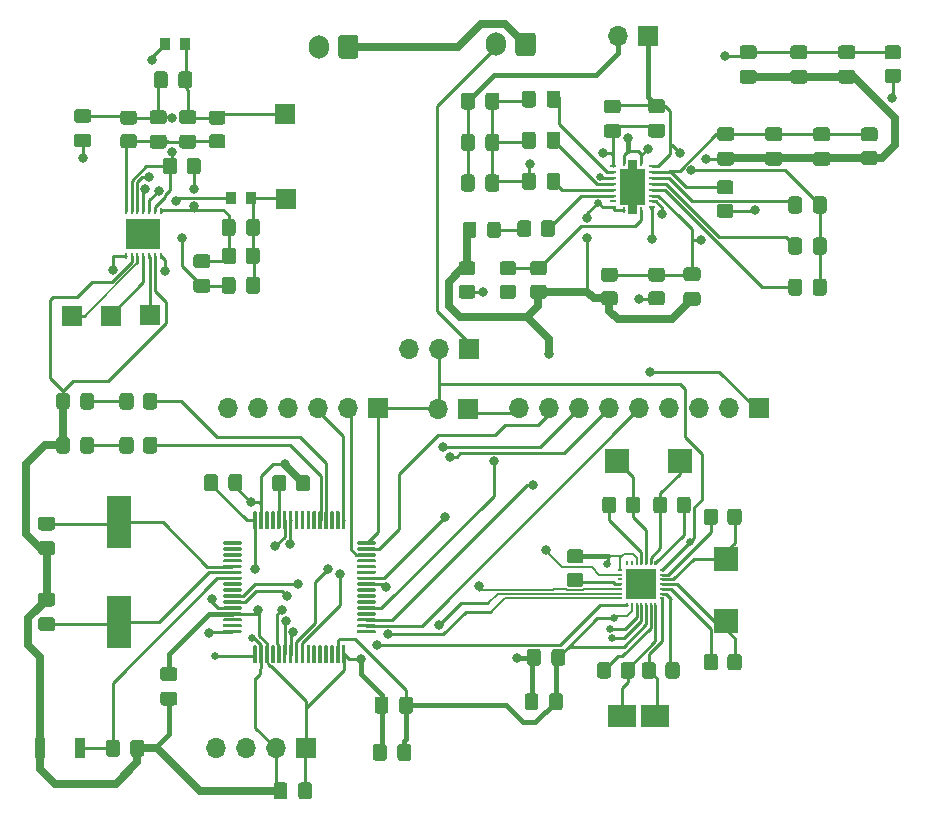
<source format=gbr>
%TF.GenerationSoftware,KiCad,Pcbnew,(5.1.8)-1*%
%TF.CreationDate,2021-01-16T10:33:32-08:00*%
%TF.ProjectId,spl_prototype,73706c5f-7072-46f7-946f-747970652e6b,rev?*%
%TF.SameCoordinates,Original*%
%TF.FileFunction,Copper,L1,Top*%
%TF.FilePolarity,Positive*%
%FSLAX46Y46*%
G04 Gerber Fmt 4.6, Leading zero omitted, Abs format (unit mm)*
G04 Created by KiCad (PCBNEW (5.1.8)-1) date 2021-01-16 10:33:32*
%MOMM*%
%LPD*%
G01*
G04 APERTURE LIST*
%TA.AperFunction,SMDPad,CuDef*%
%ADD10R,2.000000X2.000000*%
%TD*%
%TA.AperFunction,ComponentPad*%
%ADD11O,1.700000X1.700000*%
%TD*%
%TA.AperFunction,ComponentPad*%
%ADD12R,1.700000X1.700000*%
%TD*%
%TA.AperFunction,ComponentPad*%
%ADD13C,0.200000*%
%TD*%
%TA.AperFunction,SMDPad,CuDef*%
%ADD14C,0.100000*%
%TD*%
%TA.AperFunction,SMDPad,CuDef*%
%ADD15R,0.240000X0.600000*%
%TD*%
%TA.AperFunction,SMDPad,CuDef*%
%ADD16R,0.600000X0.240000*%
%TD*%
%TA.AperFunction,SMDPad,CuDef*%
%ADD17R,0.200000X0.450000*%
%TD*%
%TA.AperFunction,SMDPad,CuDef*%
%ADD18R,0.450000X0.200000*%
%TD*%
%TA.AperFunction,SMDPad,CuDef*%
%ADD19R,2.600000X2.600000*%
%TD*%
%TA.AperFunction,SMDPad,CuDef*%
%ADD20R,0.900000X1.700000*%
%TD*%
%TA.AperFunction,SMDPad,CuDef*%
%ADD21R,2.000000X4.500000*%
%TD*%
%TA.AperFunction,SMDPad,CuDef*%
%ADD22R,0.900000X1.000000*%
%TD*%
%TA.AperFunction,SMDPad,CuDef*%
%ADD23R,2.400000X1.950000*%
%TD*%
%TA.AperFunction,SMDPad,CuDef*%
%ADD24R,3.000000X2.600000*%
%TD*%
%TA.AperFunction,SMDPad,CuDef*%
%ADD25R,0.250000X0.600000*%
%TD*%
%TA.AperFunction,ComponentPad*%
%ADD26O,1.700000X2.000000*%
%TD*%
%TA.AperFunction,ViaPad*%
%ADD27C,0.800000*%
%TD*%
%TA.AperFunction,ViaPad*%
%ADD28C,0.635000*%
%TD*%
%TA.AperFunction,Conductor*%
%ADD29C,0.250000*%
%TD*%
%TA.AperFunction,Conductor*%
%ADD30C,0.381000*%
%TD*%
%TA.AperFunction,Conductor*%
%ADD31C,0.635000*%
%TD*%
%TA.AperFunction,Conductor*%
%ADD32C,0.200000*%
%TD*%
G04 APERTURE END LIST*
D10*
%TO.P,U5,2*%
%TO.N,Net-(R8-Pad1)*%
X148700000Y-72150000D03*
%TO.P,U5,1*%
%TO.N,Net-(R9-Pad1)*%
X148700000Y-66850000D03*
%TD*%
%TO.P,U4,2*%
%TO.N,Net-(R7-Pad1)*%
X139450000Y-58600000D03*
%TO.P,U4,1*%
%TO.N,Net-(R6-Pad1)*%
X144750000Y-58600000D03*
%TD*%
D11*
%TO.P,J6,2*%
%TO.N,Net-(C18-Pad2)*%
X139510000Y-22600000D03*
D12*
%TO.P,J6,1*%
%TO.N,Net-(C21-Pad2)*%
X142050000Y-22600000D03*
%TD*%
D13*
%TO.P,U7,*%
%TO.N,*%
X140260000Y-36350000D03*
X141260000Y-36350000D03*
X141260000Y-34350000D03*
X140260000Y-34350000D03*
X140760000Y-36350000D03*
X140760000Y-34350000D03*
%TA.AperFunction,SMDPad,CuDef*%
D14*
G36*
X141135000Y-36880000D02*
G01*
X141135000Y-37650000D01*
X140385000Y-37650000D01*
X140385000Y-36880000D01*
X139730000Y-36880000D01*
X139730000Y-33820000D01*
X140385000Y-33820000D01*
X140385000Y-33050000D01*
X141135000Y-33050000D01*
X141135000Y-33820000D01*
X141790000Y-33820000D01*
X141790000Y-36880000D01*
X141135000Y-36880000D01*
G37*
%TD.AperFunction*%
D15*
%TO.P,U7,11*%
%TO.N,Net-(R16-Pad2)*%
X141510000Y-37350000D03*
%TO.P,U7,10*%
%TO.N,GND*%
X140010000Y-37350000D03*
%TO.P,U7,20*%
X141510000Y-33350000D03*
%TO.P,U7,1*%
X140010000Y-33350000D03*
D16*
%TO.P,U7,9*%
X139110000Y-37100000D03*
%TO.P,U7,12*%
%TO.N,Net-(R13-Pad1)*%
X142410000Y-37100000D03*
%TO.P,U7,8*%
%TO.N,Net-(U7-Pad8)*%
X139110000Y-36600000D03*
%TO.P,U7,13*%
%TO.N,Net-(R18-Pad1)*%
X142410000Y-36600000D03*
%TO.P,U7,7*%
%TO.N,/CHG_LED*%
X139110000Y-36100000D03*
%TO.P,U7,14*%
%TO.N,Net-(C29-Pad1)*%
X142410000Y-36100000D03*
%TO.P,U7,6*%
%TO.N,Net-(C23-Pad1)*%
X139110000Y-35600000D03*
%TO.P,U7,15*%
%TO.N,Net-(C28-Pad1)*%
X142410000Y-35600000D03*
%TO.P,U7,5*%
%TO.N,Net-(C24-Pad1)*%
X139110000Y-35100000D03*
%TO.P,U7,16*%
%TO.N,Net-(C27-Pad1)*%
X142410000Y-35100000D03*
%TO.P,U7,4*%
%TO.N,/WirelessReciverOut*%
X139110000Y-34600000D03*
%TO.P,U7,17*%
%TO.N,Net-(C26-Pad1)*%
X142410000Y-34600000D03*
%TO.P,U7,3*%
%TO.N,Net-(C25-Pad1)*%
X139110000Y-34100000D03*
%TO.P,U7,18*%
%TO.N,/VRECT*%
X142410000Y-34100000D03*
%TO.P,U7,2*%
%TO.N,Net-(C18-Pad1)*%
X139110000Y-33600000D03*
%TO.P,U7,19*%
%TO.N,Net-(C21-Pad2)*%
X142410000Y-33600000D03*
%TD*%
D17*
%TO.P,U3,1*%
%TO.N,/SPI1_MOSI*%
X140300000Y-70775000D03*
%TO.P,U3,2*%
%TO.N,GND*%
X140700000Y-70775000D03*
%TO.P,U3,3*%
%TO.N,/SPI1_SSN*%
X141100000Y-70775000D03*
%TO.P,U3,4*%
%TO.N,/STM32SUPPLY*%
X141500000Y-70775000D03*
%TO.P,U3,5*%
%TO.N,GND*%
X141900000Y-70775000D03*
%TO.P,U3,6*%
%TO.N,Net-(R10-Pad2)*%
X142300000Y-70775000D03*
%TO.P,U3,7*%
%TO.N,Net-(R10-Pad1)*%
X142700000Y-70775000D03*
D18*
%TO.P,U3,8*%
%TO.N,Net-(R11-Pad1)*%
X143275000Y-70200000D03*
%TO.P,U3,9*%
%TO.N,Net-(R11-Pad2)*%
X143275000Y-69800000D03*
%TO.P,U3,10*%
%TO.N,Net-(R8-Pad2)*%
X143275000Y-69400000D03*
%TO.P,U3,11*%
%TO.N,Net-(R8-Pad1)*%
X143275000Y-69000000D03*
%TO.P,U3,12*%
%TO.N,Net-(R9-Pad1)*%
X143275000Y-68600000D03*
%TO.P,U3,13*%
%TO.N,Net-(R9-Pad2)*%
X143275000Y-68200000D03*
%TO.P,U3,14*%
%TO.N,/STM32SUPPLY*%
X143275000Y-67800000D03*
D17*
%TO.P,U3,15*%
%TO.N,Net-(R6-Pad2)*%
X142700000Y-67225000D03*
%TO.P,U3,16*%
%TO.N,Net-(R6-Pad1)*%
X142300000Y-67225000D03*
%TO.P,U3,17*%
%TO.N,Net-(R7-Pad1)*%
X141900000Y-67225000D03*
%TO.P,U3,18*%
%TO.N,Net-(R7-Pad2)*%
X141500000Y-67225000D03*
%TO.P,U3,19*%
%TO.N,GND*%
X141100000Y-67225000D03*
%TO.P,U3,20*%
%TO.N,Net-(U3-Pad20)*%
X140700000Y-67225000D03*
%TO.P,U3,21*%
%TO.N,Net-(U3-Pad21)*%
X140300000Y-67225000D03*
D18*
%TO.P,U3,22*%
%TO.N,GND*%
X139725000Y-67800000D03*
%TO.P,U3,23*%
%TO.N,/MAG_RDY*%
X139725000Y-68200000D03*
%TO.P,U3,24*%
%TO.N,Net-(U3-Pad24)*%
X139725000Y-68600000D03*
%TO.P,U3,25*%
%TO.N,Net-(R5-Pad1)*%
X139725000Y-69000000D03*
%TO.P,U3,26*%
%TO.N,/STM32SUPPLY*%
X139725000Y-69400000D03*
%TO.P,U3,27*%
%TO.N,/SPI1_SCK*%
X139725000Y-69800000D03*
%TO.P,U3,28*%
%TO.N,/SPI1_MISO*%
X139725000Y-70200000D03*
D19*
%TO.P,U3,*%
%TO.N,*%
X141500000Y-69000000D03*
%TD*%
D11*
%TO.P,TP2,2*%
%TO.N,/STM32SUPPLY*%
X124260000Y-54200000D03*
D12*
%TO.P,TP2,1*%
%TO.N,Net-(J3-Pad9)*%
X126800000Y-54200000D03*
%TD*%
D20*
%TO.P,SW1,2*%
%TO.N,Net-(C12-Pad1)*%
X94000000Y-82900000D03*
%TO.P,SW1,1*%
%TO.N,GND*%
X90600000Y-82900000D03*
%TD*%
D21*
%TO.P,Y1,2*%
%TO.N,Net-(C11-Pad1)*%
X97320000Y-72240000D03*
%TO.P,Y1,1*%
%TO.N,Net-(C10-Pad1)*%
X97320000Y-63740000D03*
%TD*%
D22*
%TO.P,L2,1*%
%TO.N,Net-(L2-Pad1)*%
X106750000Y-36300000D03*
%TO.P,L2,2*%
%TO.N,Net-(C13-Pad1)*%
X108450000Y-36300000D03*
%TD*%
%TO.P,L1,1*%
%TO.N,Net-(L1-Pad1)*%
X101150000Y-23300000D03*
%TO.P,L1,2*%
%TO.N,Net-(C1-Pad1)*%
X102850000Y-23300000D03*
%TD*%
D23*
%TO.P,U6,2*%
%TO.N,Net-(R10-Pad1)*%
X139850000Y-80200000D03*
%TO.P,U6,1*%
%TO.N,Net-(R11-Pad1)*%
X142650000Y-80200000D03*
%TD*%
D24*
%TO.P,U2,15*%
%TO.N,Net-(U2-Pad15)*%
X99350000Y-39340000D03*
D25*
%TO.P,U2,7*%
%TO.N,+BATT*%
X100850000Y-41240000D03*
%TO.P,U2,8*%
%TO.N,Net-(C13-Pad2)*%
X100850000Y-37440000D03*
%TO.P,U2,6*%
%TO.N,GND*%
X100350000Y-41240000D03*
%TO.P,U2,9*%
%TO.N,GNDA*%
X100350000Y-37440000D03*
%TO.P,U2,5*%
%TO.N,Net-(TP5-Pad1)*%
X99850000Y-41240000D03*
%TO.P,U2,10*%
%TO.N,Net-(L2-Pad1)*%
X99850000Y-37440000D03*
%TO.P,U2,4*%
%TO.N,Net-(TP4-Pad1)*%
X99350000Y-41240000D03*
%TO.P,U2,11*%
%TO.N,VSS*%
X99350000Y-37440000D03*
%TO.P,U2,3*%
%TO.N,Net-(TP3-Pad1)*%
X98850000Y-41240000D03*
%TO.P,U2,12*%
%TO.N,Net-(L1-Pad1)*%
X98850000Y-37440000D03*
%TO.P,U2,2*%
%TO.N,GND*%
X98350000Y-41240000D03*
%TO.P,U2,13*%
%TO.N,GNDA*%
X98350000Y-37440000D03*
%TO.P,U2,1*%
%TO.N,+BATT*%
X97850000Y-41240000D03*
%TO.P,U2,14*%
%TO.N,Net-(C1-Pad2)*%
X97850000Y-37440000D03*
%TD*%
%TO.P,U1,64*%
%TO.N,/STM32SUPPLY*%
%TA.AperFunction,SMDPad,CuDef*%
G36*
G01*
X108660000Y-64285000D02*
X108660000Y-62885000D01*
G75*
G02*
X108735000Y-62810000I75000J0D01*
G01*
X108885000Y-62810000D01*
G75*
G02*
X108960000Y-62885000I0J-75000D01*
G01*
X108960000Y-64285000D01*
G75*
G02*
X108885000Y-64360000I-75000J0D01*
G01*
X108735000Y-64360000D01*
G75*
G02*
X108660000Y-64285000I0J75000D01*
G01*
G37*
%TD.AperFunction*%
%TO.P,U1,63*%
%TO.N,GND*%
%TA.AperFunction,SMDPad,CuDef*%
G36*
G01*
X109160000Y-64285000D02*
X109160000Y-62885000D01*
G75*
G02*
X109235000Y-62810000I75000J0D01*
G01*
X109385000Y-62810000D01*
G75*
G02*
X109460000Y-62885000I0J-75000D01*
G01*
X109460000Y-64285000D01*
G75*
G02*
X109385000Y-64360000I-75000J0D01*
G01*
X109235000Y-64360000D01*
G75*
G02*
X109160000Y-64285000I0J75000D01*
G01*
G37*
%TD.AperFunction*%
%TO.P,U1,62*%
%TO.N,Net-(U1-Pad62)*%
%TA.AperFunction,SMDPad,CuDef*%
G36*
G01*
X109660000Y-64285000D02*
X109660000Y-62885000D01*
G75*
G02*
X109735000Y-62810000I75000J0D01*
G01*
X109885000Y-62810000D01*
G75*
G02*
X109960000Y-62885000I0J-75000D01*
G01*
X109960000Y-64285000D01*
G75*
G02*
X109885000Y-64360000I-75000J0D01*
G01*
X109735000Y-64360000D01*
G75*
G02*
X109660000Y-64285000I0J75000D01*
G01*
G37*
%TD.AperFunction*%
%TO.P,U1,61*%
%TO.N,Net-(U1-Pad61)*%
%TA.AperFunction,SMDPad,CuDef*%
G36*
G01*
X110160000Y-64285000D02*
X110160000Y-62885000D01*
G75*
G02*
X110235000Y-62810000I75000J0D01*
G01*
X110385000Y-62810000D01*
G75*
G02*
X110460000Y-62885000I0J-75000D01*
G01*
X110460000Y-64285000D01*
G75*
G02*
X110385000Y-64360000I-75000J0D01*
G01*
X110235000Y-64360000D01*
G75*
G02*
X110160000Y-64285000I0J75000D01*
G01*
G37*
%TD.AperFunction*%
%TO.P,U1,60*%
%TO.N,Net-(R3-Pad1)*%
%TA.AperFunction,SMDPad,CuDef*%
G36*
G01*
X110660000Y-64285000D02*
X110660000Y-62885000D01*
G75*
G02*
X110735000Y-62810000I75000J0D01*
G01*
X110885000Y-62810000D01*
G75*
G02*
X110960000Y-62885000I0J-75000D01*
G01*
X110960000Y-64285000D01*
G75*
G02*
X110885000Y-64360000I-75000J0D01*
G01*
X110735000Y-64360000D01*
G75*
G02*
X110660000Y-64285000I0J75000D01*
G01*
G37*
%TD.AperFunction*%
%TO.P,U1,59*%
%TO.N,/I2C1_SDA*%
%TA.AperFunction,SMDPad,CuDef*%
G36*
G01*
X111160000Y-64285000D02*
X111160000Y-62885000D01*
G75*
G02*
X111235000Y-62810000I75000J0D01*
G01*
X111385000Y-62810000D01*
G75*
G02*
X111460000Y-62885000I0J-75000D01*
G01*
X111460000Y-64285000D01*
G75*
G02*
X111385000Y-64360000I-75000J0D01*
G01*
X111235000Y-64360000D01*
G75*
G02*
X111160000Y-64285000I0J75000D01*
G01*
G37*
%TD.AperFunction*%
%TO.P,U1,58*%
%TO.N,/I2C1_SCL*%
%TA.AperFunction,SMDPad,CuDef*%
G36*
G01*
X111660000Y-64285000D02*
X111660000Y-62885000D01*
G75*
G02*
X111735000Y-62810000I75000J0D01*
G01*
X111885000Y-62810000D01*
G75*
G02*
X111960000Y-62885000I0J-75000D01*
G01*
X111960000Y-64285000D01*
G75*
G02*
X111885000Y-64360000I-75000J0D01*
G01*
X111735000Y-64360000D01*
G75*
G02*
X111660000Y-64285000I0J75000D01*
G01*
G37*
%TD.AperFunction*%
%TO.P,U1,57*%
%TO.N,Net-(U1-Pad57)*%
%TA.AperFunction,SMDPad,CuDef*%
G36*
G01*
X112160000Y-64285000D02*
X112160000Y-62885000D01*
G75*
G02*
X112235000Y-62810000I75000J0D01*
G01*
X112385000Y-62810000D01*
G75*
G02*
X112460000Y-62885000I0J-75000D01*
G01*
X112460000Y-64285000D01*
G75*
G02*
X112385000Y-64360000I-75000J0D01*
G01*
X112235000Y-64360000D01*
G75*
G02*
X112160000Y-64285000I0J75000D01*
G01*
G37*
%TD.AperFunction*%
%TO.P,U1,56*%
%TO.N,Net-(U1-Pad56)*%
%TA.AperFunction,SMDPad,CuDef*%
G36*
G01*
X112660000Y-64285000D02*
X112660000Y-62885000D01*
G75*
G02*
X112735000Y-62810000I75000J0D01*
G01*
X112885000Y-62810000D01*
G75*
G02*
X112960000Y-62885000I0J-75000D01*
G01*
X112960000Y-64285000D01*
G75*
G02*
X112885000Y-64360000I-75000J0D01*
G01*
X112735000Y-64360000D01*
G75*
G02*
X112660000Y-64285000I0J75000D01*
G01*
G37*
%TD.AperFunction*%
%TO.P,U1,55*%
%TO.N,Net-(U1-Pad55)*%
%TA.AperFunction,SMDPad,CuDef*%
G36*
G01*
X113160000Y-64285000D02*
X113160000Y-62885000D01*
G75*
G02*
X113235000Y-62810000I75000J0D01*
G01*
X113385000Y-62810000D01*
G75*
G02*
X113460000Y-62885000I0J-75000D01*
G01*
X113460000Y-64285000D01*
G75*
G02*
X113385000Y-64360000I-75000J0D01*
G01*
X113235000Y-64360000D01*
G75*
G02*
X113160000Y-64285000I0J75000D01*
G01*
G37*
%TD.AperFunction*%
%TO.P,U1,54*%
%TO.N,Net-(U1-Pad54)*%
%TA.AperFunction,SMDPad,CuDef*%
G36*
G01*
X113660000Y-64285000D02*
X113660000Y-62885000D01*
G75*
G02*
X113735000Y-62810000I75000J0D01*
G01*
X113885000Y-62810000D01*
G75*
G02*
X113960000Y-62885000I0J-75000D01*
G01*
X113960000Y-64285000D01*
G75*
G02*
X113885000Y-64360000I-75000J0D01*
G01*
X113735000Y-64360000D01*
G75*
G02*
X113660000Y-64285000I0J75000D01*
G01*
G37*
%TD.AperFunction*%
%TO.P,U1,53*%
%TO.N,/USER_LED2*%
%TA.AperFunction,SMDPad,CuDef*%
G36*
G01*
X114160000Y-64285000D02*
X114160000Y-62885000D01*
G75*
G02*
X114235000Y-62810000I75000J0D01*
G01*
X114385000Y-62810000D01*
G75*
G02*
X114460000Y-62885000I0J-75000D01*
G01*
X114460000Y-64285000D01*
G75*
G02*
X114385000Y-64360000I-75000J0D01*
G01*
X114235000Y-64360000D01*
G75*
G02*
X114160000Y-64285000I0J75000D01*
G01*
G37*
%TD.AperFunction*%
%TO.P,U1,52*%
%TO.N,/USER_LED1*%
%TA.AperFunction,SMDPad,CuDef*%
G36*
G01*
X114660000Y-64285000D02*
X114660000Y-62885000D01*
G75*
G02*
X114735000Y-62810000I75000J0D01*
G01*
X114885000Y-62810000D01*
G75*
G02*
X114960000Y-62885000I0J-75000D01*
G01*
X114960000Y-64285000D01*
G75*
G02*
X114885000Y-64360000I-75000J0D01*
G01*
X114735000Y-64360000D01*
G75*
G02*
X114660000Y-64285000I0J75000D01*
G01*
G37*
%TD.AperFunction*%
%TO.P,U1,51*%
%TO.N,Net-(U1-Pad51)*%
%TA.AperFunction,SMDPad,CuDef*%
G36*
G01*
X115160000Y-64285000D02*
X115160000Y-62885000D01*
G75*
G02*
X115235000Y-62810000I75000J0D01*
G01*
X115385000Y-62810000D01*
G75*
G02*
X115460000Y-62885000I0J-75000D01*
G01*
X115460000Y-64285000D01*
G75*
G02*
X115385000Y-64360000I-75000J0D01*
G01*
X115235000Y-64360000D01*
G75*
G02*
X115160000Y-64285000I0J75000D01*
G01*
G37*
%TD.AperFunction*%
%TO.P,U1,50*%
%TO.N,Net-(U1-Pad50)*%
%TA.AperFunction,SMDPad,CuDef*%
G36*
G01*
X115660000Y-64285000D02*
X115660000Y-62885000D01*
G75*
G02*
X115735000Y-62810000I75000J0D01*
G01*
X115885000Y-62810000D01*
G75*
G02*
X115960000Y-62885000I0J-75000D01*
G01*
X115960000Y-64285000D01*
G75*
G02*
X115885000Y-64360000I-75000J0D01*
G01*
X115735000Y-64360000D01*
G75*
G02*
X115660000Y-64285000I0J75000D01*
G01*
G37*
%TD.AperFunction*%
%TO.P,U1,49*%
%TO.N,/SWD_SWCLK*%
%TA.AperFunction,SMDPad,CuDef*%
G36*
G01*
X116160000Y-64285000D02*
X116160000Y-62885000D01*
G75*
G02*
X116235000Y-62810000I75000J0D01*
G01*
X116385000Y-62810000D01*
G75*
G02*
X116460000Y-62885000I0J-75000D01*
G01*
X116460000Y-64285000D01*
G75*
G02*
X116385000Y-64360000I-75000J0D01*
G01*
X116235000Y-64360000D01*
G75*
G02*
X116160000Y-64285000I0J75000D01*
G01*
G37*
%TD.AperFunction*%
%TO.P,U1,48*%
%TO.N,/STM32SUPPLY*%
%TA.AperFunction,SMDPad,CuDef*%
G36*
G01*
X117460000Y-65585000D02*
X117460000Y-65435000D01*
G75*
G02*
X117535000Y-65360000I75000J0D01*
G01*
X118935000Y-65360000D01*
G75*
G02*
X119010000Y-65435000I0J-75000D01*
G01*
X119010000Y-65585000D01*
G75*
G02*
X118935000Y-65660000I-75000J0D01*
G01*
X117535000Y-65660000D01*
G75*
G02*
X117460000Y-65585000I0J75000D01*
G01*
G37*
%TD.AperFunction*%
%TO.P,U1,47*%
%TO.N,GND*%
%TA.AperFunction,SMDPad,CuDef*%
G36*
G01*
X117460000Y-66085000D02*
X117460000Y-65935000D01*
G75*
G02*
X117535000Y-65860000I75000J0D01*
G01*
X118935000Y-65860000D01*
G75*
G02*
X119010000Y-65935000I0J-75000D01*
G01*
X119010000Y-66085000D01*
G75*
G02*
X118935000Y-66160000I-75000J0D01*
G01*
X117535000Y-66160000D01*
G75*
G02*
X117460000Y-66085000I0J75000D01*
G01*
G37*
%TD.AperFunction*%
%TO.P,U1,46*%
%TO.N,/SWD_SWDIO*%
%TA.AperFunction,SMDPad,CuDef*%
G36*
G01*
X117460000Y-66585000D02*
X117460000Y-66435000D01*
G75*
G02*
X117535000Y-66360000I75000J0D01*
G01*
X118935000Y-66360000D01*
G75*
G02*
X119010000Y-66435000I0J-75000D01*
G01*
X119010000Y-66585000D01*
G75*
G02*
X118935000Y-66660000I-75000J0D01*
G01*
X117535000Y-66660000D01*
G75*
G02*
X117460000Y-66585000I0J75000D01*
G01*
G37*
%TD.AperFunction*%
%TO.P,U1,45*%
%TO.N,Net-(U1-Pad45)*%
%TA.AperFunction,SMDPad,CuDef*%
G36*
G01*
X117460000Y-67085000D02*
X117460000Y-66935000D01*
G75*
G02*
X117535000Y-66860000I75000J0D01*
G01*
X118935000Y-66860000D01*
G75*
G02*
X119010000Y-66935000I0J-75000D01*
G01*
X119010000Y-67085000D01*
G75*
G02*
X118935000Y-67160000I-75000J0D01*
G01*
X117535000Y-67160000D01*
G75*
G02*
X117460000Y-67085000I0J75000D01*
G01*
G37*
%TD.AperFunction*%
%TO.P,U1,44*%
%TO.N,Net-(U1-Pad44)*%
%TA.AperFunction,SMDPad,CuDef*%
G36*
G01*
X117460000Y-67585000D02*
X117460000Y-67435000D01*
G75*
G02*
X117535000Y-67360000I75000J0D01*
G01*
X118935000Y-67360000D01*
G75*
G02*
X119010000Y-67435000I0J-75000D01*
G01*
X119010000Y-67585000D01*
G75*
G02*
X118935000Y-67660000I-75000J0D01*
G01*
X117535000Y-67660000D01*
G75*
G02*
X117460000Y-67585000I0J75000D01*
G01*
G37*
%TD.AperFunction*%
%TO.P,U1,43*%
%TO.N,Net-(U1-Pad43)*%
%TA.AperFunction,SMDPad,CuDef*%
G36*
G01*
X117460000Y-68085000D02*
X117460000Y-67935000D01*
G75*
G02*
X117535000Y-67860000I75000J0D01*
G01*
X118935000Y-67860000D01*
G75*
G02*
X119010000Y-67935000I0J-75000D01*
G01*
X119010000Y-68085000D01*
G75*
G02*
X118935000Y-68160000I-75000J0D01*
G01*
X117535000Y-68160000D01*
G75*
G02*
X117460000Y-68085000I0J75000D01*
G01*
G37*
%TD.AperFunction*%
%TO.P,U1,42*%
%TO.N,/MAG_RDY*%
%TA.AperFunction,SMDPad,CuDef*%
G36*
G01*
X117460000Y-68585000D02*
X117460000Y-68435000D01*
G75*
G02*
X117535000Y-68360000I75000J0D01*
G01*
X118935000Y-68360000D01*
G75*
G02*
X119010000Y-68435000I0J-75000D01*
G01*
X119010000Y-68585000D01*
G75*
G02*
X118935000Y-68660000I-75000J0D01*
G01*
X117535000Y-68660000D01*
G75*
G02*
X117460000Y-68585000I0J75000D01*
G01*
G37*
%TD.AperFunction*%
%TO.P,U1,41*%
%TO.N,/SPI1_SSN*%
%TA.AperFunction,SMDPad,CuDef*%
G36*
G01*
X117460000Y-69085000D02*
X117460000Y-68935000D01*
G75*
G02*
X117535000Y-68860000I75000J0D01*
G01*
X118935000Y-68860000D01*
G75*
G02*
X119010000Y-68935000I0J-75000D01*
G01*
X119010000Y-69085000D01*
G75*
G02*
X118935000Y-69160000I-75000J0D01*
G01*
X117535000Y-69160000D01*
G75*
G02*
X117460000Y-69085000I0J75000D01*
G01*
G37*
%TD.AperFunction*%
%TO.P,U1,40*%
%TO.N,Net-(U1-Pad40)*%
%TA.AperFunction,SMDPad,CuDef*%
G36*
G01*
X117460000Y-69585000D02*
X117460000Y-69435000D01*
G75*
G02*
X117535000Y-69360000I75000J0D01*
G01*
X118935000Y-69360000D01*
G75*
G02*
X119010000Y-69435000I0J-75000D01*
G01*
X119010000Y-69585000D01*
G75*
G02*
X118935000Y-69660000I-75000J0D01*
G01*
X117535000Y-69660000D01*
G75*
G02*
X117460000Y-69585000I0J75000D01*
G01*
G37*
%TD.AperFunction*%
%TO.P,U1,39*%
%TO.N,Net-(U1-Pad39)*%
%TA.AperFunction,SMDPad,CuDef*%
G36*
G01*
X117460000Y-70085000D02*
X117460000Y-69935000D01*
G75*
G02*
X117535000Y-69860000I75000J0D01*
G01*
X118935000Y-69860000D01*
G75*
G02*
X119010000Y-69935000I0J-75000D01*
G01*
X119010000Y-70085000D01*
G75*
G02*
X118935000Y-70160000I-75000J0D01*
G01*
X117535000Y-70160000D01*
G75*
G02*
X117460000Y-70085000I0J75000D01*
G01*
G37*
%TD.AperFunction*%
%TO.P,U1,38*%
%TO.N,Net-(U1-Pad38)*%
%TA.AperFunction,SMDPad,CuDef*%
G36*
G01*
X117460000Y-70585000D02*
X117460000Y-70435000D01*
G75*
G02*
X117535000Y-70360000I75000J0D01*
G01*
X118935000Y-70360000D01*
G75*
G02*
X119010000Y-70435000I0J-75000D01*
G01*
X119010000Y-70585000D01*
G75*
G02*
X118935000Y-70660000I-75000J0D01*
G01*
X117535000Y-70660000D01*
G75*
G02*
X117460000Y-70585000I0J75000D01*
G01*
G37*
%TD.AperFunction*%
%TO.P,U1,37*%
%TO.N,/LoRaRST*%
%TA.AperFunction,SMDPad,CuDef*%
G36*
G01*
X117460000Y-71085000D02*
X117460000Y-70935000D01*
G75*
G02*
X117535000Y-70860000I75000J0D01*
G01*
X118935000Y-70860000D01*
G75*
G02*
X119010000Y-70935000I0J-75000D01*
G01*
X119010000Y-71085000D01*
G75*
G02*
X118935000Y-71160000I-75000J0D01*
G01*
X117535000Y-71160000D01*
G75*
G02*
X117460000Y-71085000I0J75000D01*
G01*
G37*
%TD.AperFunction*%
%TO.P,U1,36*%
%TO.N,/LoRa_RESET*%
%TA.AperFunction,SMDPad,CuDef*%
G36*
G01*
X117460000Y-71585000D02*
X117460000Y-71435000D01*
G75*
G02*
X117535000Y-71360000I75000J0D01*
G01*
X118935000Y-71360000D01*
G75*
G02*
X119010000Y-71435000I0J-75000D01*
G01*
X119010000Y-71585000D01*
G75*
G02*
X118935000Y-71660000I-75000J0D01*
G01*
X117535000Y-71660000D01*
G75*
G02*
X117460000Y-71585000I0J75000D01*
G01*
G37*
%TD.AperFunction*%
%TO.P,U1,35*%
%TO.N,/SPI2_SSN*%
%TA.AperFunction,SMDPad,CuDef*%
G36*
G01*
X117460000Y-72085000D02*
X117460000Y-71935000D01*
G75*
G02*
X117535000Y-71860000I75000J0D01*
G01*
X118935000Y-71860000D01*
G75*
G02*
X119010000Y-71935000I0J-75000D01*
G01*
X119010000Y-72085000D01*
G75*
G02*
X118935000Y-72160000I-75000J0D01*
G01*
X117535000Y-72160000D01*
G75*
G02*
X117460000Y-72085000I0J75000D01*
G01*
G37*
%TD.AperFunction*%
%TO.P,U1,34*%
%TO.N,/SPI2_SCK*%
%TA.AperFunction,SMDPad,CuDef*%
G36*
G01*
X117460000Y-72585000D02*
X117460000Y-72435000D01*
G75*
G02*
X117535000Y-72360000I75000J0D01*
G01*
X118935000Y-72360000D01*
G75*
G02*
X119010000Y-72435000I0J-75000D01*
G01*
X119010000Y-72585000D01*
G75*
G02*
X118935000Y-72660000I-75000J0D01*
G01*
X117535000Y-72660000D01*
G75*
G02*
X117460000Y-72585000I0J75000D01*
G01*
G37*
%TD.AperFunction*%
%TO.P,U1,33*%
%TO.N,Net-(U1-Pad33)*%
%TA.AperFunction,SMDPad,CuDef*%
G36*
G01*
X117460000Y-73085000D02*
X117460000Y-72935000D01*
G75*
G02*
X117535000Y-72860000I75000J0D01*
G01*
X118935000Y-72860000D01*
G75*
G02*
X119010000Y-72935000I0J-75000D01*
G01*
X119010000Y-73085000D01*
G75*
G02*
X118935000Y-73160000I-75000J0D01*
G01*
X117535000Y-73160000D01*
G75*
G02*
X117460000Y-73085000I0J75000D01*
G01*
G37*
%TD.AperFunction*%
%TO.P,U1,32*%
%TO.N,/STM32SUPPLY*%
%TA.AperFunction,SMDPad,CuDef*%
G36*
G01*
X116160000Y-75635000D02*
X116160000Y-74235000D01*
G75*
G02*
X116235000Y-74160000I75000J0D01*
G01*
X116385000Y-74160000D01*
G75*
G02*
X116460000Y-74235000I0J-75000D01*
G01*
X116460000Y-75635000D01*
G75*
G02*
X116385000Y-75710000I-75000J0D01*
G01*
X116235000Y-75710000D01*
G75*
G02*
X116160000Y-75635000I0J75000D01*
G01*
G37*
%TD.AperFunction*%
%TO.P,U1,31*%
%TO.N,GND*%
%TA.AperFunction,SMDPad,CuDef*%
G36*
G01*
X115660000Y-75635000D02*
X115660000Y-74235000D01*
G75*
G02*
X115735000Y-74160000I75000J0D01*
G01*
X115885000Y-74160000D01*
G75*
G02*
X115960000Y-74235000I0J-75000D01*
G01*
X115960000Y-75635000D01*
G75*
G02*
X115885000Y-75710000I-75000J0D01*
G01*
X115735000Y-75710000D01*
G75*
G02*
X115660000Y-75635000I0J75000D01*
G01*
G37*
%TD.AperFunction*%
%TO.P,U1,30*%
%TO.N,Net-(U1-Pad30)*%
%TA.AperFunction,SMDPad,CuDef*%
G36*
G01*
X115160000Y-75635000D02*
X115160000Y-74235000D01*
G75*
G02*
X115235000Y-74160000I75000J0D01*
G01*
X115385000Y-74160000D01*
G75*
G02*
X115460000Y-74235000I0J-75000D01*
G01*
X115460000Y-75635000D01*
G75*
G02*
X115385000Y-75710000I-75000J0D01*
G01*
X115235000Y-75710000D01*
G75*
G02*
X115160000Y-75635000I0J75000D01*
G01*
G37*
%TD.AperFunction*%
%TO.P,U1,29*%
%TO.N,Net-(U1-Pad29)*%
%TA.AperFunction,SMDPad,CuDef*%
G36*
G01*
X114660000Y-75635000D02*
X114660000Y-74235000D01*
G75*
G02*
X114735000Y-74160000I75000J0D01*
G01*
X114885000Y-74160000D01*
G75*
G02*
X114960000Y-74235000I0J-75000D01*
G01*
X114960000Y-75635000D01*
G75*
G02*
X114885000Y-75710000I-75000J0D01*
G01*
X114735000Y-75710000D01*
G75*
G02*
X114660000Y-75635000I0J75000D01*
G01*
G37*
%TD.AperFunction*%
%TO.P,U1,28*%
%TO.N,Net-(U1-Pad28)*%
%TA.AperFunction,SMDPad,CuDef*%
G36*
G01*
X114160000Y-75635000D02*
X114160000Y-74235000D01*
G75*
G02*
X114235000Y-74160000I75000J0D01*
G01*
X114385000Y-74160000D01*
G75*
G02*
X114460000Y-74235000I0J-75000D01*
G01*
X114460000Y-75635000D01*
G75*
G02*
X114385000Y-75710000I-75000J0D01*
G01*
X114235000Y-75710000D01*
G75*
G02*
X114160000Y-75635000I0J75000D01*
G01*
G37*
%TD.AperFunction*%
%TO.P,U1,27*%
%TO.N,Net-(U1-Pad27)*%
%TA.AperFunction,SMDPad,CuDef*%
G36*
G01*
X113660000Y-75635000D02*
X113660000Y-74235000D01*
G75*
G02*
X113735000Y-74160000I75000J0D01*
G01*
X113885000Y-74160000D01*
G75*
G02*
X113960000Y-74235000I0J-75000D01*
G01*
X113960000Y-75635000D01*
G75*
G02*
X113885000Y-75710000I-75000J0D01*
G01*
X113735000Y-75710000D01*
G75*
G02*
X113660000Y-75635000I0J75000D01*
G01*
G37*
%TD.AperFunction*%
%TO.P,U1,26*%
%TO.N,Net-(U1-Pad26)*%
%TA.AperFunction,SMDPad,CuDef*%
G36*
G01*
X113160000Y-75635000D02*
X113160000Y-74235000D01*
G75*
G02*
X113235000Y-74160000I75000J0D01*
G01*
X113385000Y-74160000D01*
G75*
G02*
X113460000Y-74235000I0J-75000D01*
G01*
X113460000Y-75635000D01*
G75*
G02*
X113385000Y-75710000I-75000J0D01*
G01*
X113235000Y-75710000D01*
G75*
G02*
X113160000Y-75635000I0J75000D01*
G01*
G37*
%TD.AperFunction*%
%TO.P,U1,25*%
%TO.N,/LoRaIRQ*%
%TA.AperFunction,SMDPad,CuDef*%
G36*
G01*
X112660000Y-75635000D02*
X112660000Y-74235000D01*
G75*
G02*
X112735000Y-74160000I75000J0D01*
G01*
X112885000Y-74160000D01*
G75*
G02*
X112960000Y-74235000I0J-75000D01*
G01*
X112960000Y-75635000D01*
G75*
G02*
X112885000Y-75710000I-75000J0D01*
G01*
X112735000Y-75710000D01*
G75*
G02*
X112660000Y-75635000I0J75000D01*
G01*
G37*
%TD.AperFunction*%
%TO.P,U1,24*%
%TO.N,/LoRaEN*%
%TA.AperFunction,SMDPad,CuDef*%
G36*
G01*
X112160000Y-75635000D02*
X112160000Y-74235000D01*
G75*
G02*
X112235000Y-74160000I75000J0D01*
G01*
X112385000Y-74160000D01*
G75*
G02*
X112460000Y-74235000I0J-75000D01*
G01*
X112460000Y-75635000D01*
G75*
G02*
X112385000Y-75710000I-75000J0D01*
G01*
X112235000Y-75710000D01*
G75*
G02*
X112160000Y-75635000I0J75000D01*
G01*
G37*
%TD.AperFunction*%
%TO.P,U1,23*%
%TO.N,/SPI1_MOSI*%
%TA.AperFunction,SMDPad,CuDef*%
G36*
G01*
X111660000Y-75635000D02*
X111660000Y-74235000D01*
G75*
G02*
X111735000Y-74160000I75000J0D01*
G01*
X111885000Y-74160000D01*
G75*
G02*
X111960000Y-74235000I0J-75000D01*
G01*
X111960000Y-75635000D01*
G75*
G02*
X111885000Y-75710000I-75000J0D01*
G01*
X111735000Y-75710000D01*
G75*
G02*
X111660000Y-75635000I0J75000D01*
G01*
G37*
%TD.AperFunction*%
%TO.P,U1,22*%
%TO.N,/SPI1_MISO*%
%TA.AperFunction,SMDPad,CuDef*%
G36*
G01*
X111160000Y-75635000D02*
X111160000Y-74235000D01*
G75*
G02*
X111235000Y-74160000I75000J0D01*
G01*
X111385000Y-74160000D01*
G75*
G02*
X111460000Y-74235000I0J-75000D01*
G01*
X111460000Y-75635000D01*
G75*
G02*
X111385000Y-75710000I-75000J0D01*
G01*
X111235000Y-75710000D01*
G75*
G02*
X111160000Y-75635000I0J75000D01*
G01*
G37*
%TD.AperFunction*%
%TO.P,U1,21*%
%TO.N,/SPI1_SCK*%
%TA.AperFunction,SMDPad,CuDef*%
G36*
G01*
X110660000Y-75635000D02*
X110660000Y-74235000D01*
G75*
G02*
X110735000Y-74160000I75000J0D01*
G01*
X110885000Y-74160000D01*
G75*
G02*
X110960000Y-74235000I0J-75000D01*
G01*
X110960000Y-75635000D01*
G75*
G02*
X110885000Y-75710000I-75000J0D01*
G01*
X110735000Y-75710000D01*
G75*
G02*
X110660000Y-75635000I0J75000D01*
G01*
G37*
%TD.AperFunction*%
%TO.P,U1,20*%
%TO.N,Net-(U1-Pad20)*%
%TA.AperFunction,SMDPad,CuDef*%
G36*
G01*
X110160000Y-75635000D02*
X110160000Y-74235000D01*
G75*
G02*
X110235000Y-74160000I75000J0D01*
G01*
X110385000Y-74160000D01*
G75*
G02*
X110460000Y-74235000I0J-75000D01*
G01*
X110460000Y-75635000D01*
G75*
G02*
X110385000Y-75710000I-75000J0D01*
G01*
X110235000Y-75710000D01*
G75*
G02*
X110160000Y-75635000I0J75000D01*
G01*
G37*
%TD.AperFunction*%
%TO.P,U1,19*%
%TO.N,/STM32SUPPLY*%
%TA.AperFunction,SMDPad,CuDef*%
G36*
G01*
X109660000Y-75635000D02*
X109660000Y-74235000D01*
G75*
G02*
X109735000Y-74160000I75000J0D01*
G01*
X109885000Y-74160000D01*
G75*
G02*
X109960000Y-74235000I0J-75000D01*
G01*
X109960000Y-75635000D01*
G75*
G02*
X109885000Y-75710000I-75000J0D01*
G01*
X109735000Y-75710000D01*
G75*
G02*
X109660000Y-75635000I0J75000D01*
G01*
G37*
%TD.AperFunction*%
%TO.P,U1,18*%
%TO.N,GND*%
%TA.AperFunction,SMDPad,CuDef*%
G36*
G01*
X109160000Y-75635000D02*
X109160000Y-74235000D01*
G75*
G02*
X109235000Y-74160000I75000J0D01*
G01*
X109385000Y-74160000D01*
G75*
G02*
X109460000Y-74235000I0J-75000D01*
G01*
X109460000Y-75635000D01*
G75*
G02*
X109385000Y-75710000I-75000J0D01*
G01*
X109235000Y-75710000D01*
G75*
G02*
X109160000Y-75635000I0J75000D01*
G01*
G37*
%TD.AperFunction*%
%TO.P,U1,17*%
%TO.N,/USART_RX*%
%TA.AperFunction,SMDPad,CuDef*%
G36*
G01*
X108660000Y-75635000D02*
X108660000Y-74235000D01*
G75*
G02*
X108735000Y-74160000I75000J0D01*
G01*
X108885000Y-74160000D01*
G75*
G02*
X108960000Y-74235000I0J-75000D01*
G01*
X108960000Y-75635000D01*
G75*
G02*
X108885000Y-75710000I-75000J0D01*
G01*
X108735000Y-75710000D01*
G75*
G02*
X108660000Y-75635000I0J75000D01*
G01*
G37*
%TD.AperFunction*%
%TO.P,U1,16*%
%TO.N,/USART_TX*%
%TA.AperFunction,SMDPad,CuDef*%
G36*
G01*
X106110000Y-73085000D02*
X106110000Y-72935000D01*
G75*
G02*
X106185000Y-72860000I75000J0D01*
G01*
X107585000Y-72860000D01*
G75*
G02*
X107660000Y-72935000I0J-75000D01*
G01*
X107660000Y-73085000D01*
G75*
G02*
X107585000Y-73160000I-75000J0D01*
G01*
X106185000Y-73160000D01*
G75*
G02*
X106110000Y-73085000I0J75000D01*
G01*
G37*
%TD.AperFunction*%
%TO.P,U1,15*%
%TO.N,Net-(U1-Pad15)*%
%TA.AperFunction,SMDPad,CuDef*%
G36*
G01*
X106110000Y-72585000D02*
X106110000Y-72435000D01*
G75*
G02*
X106185000Y-72360000I75000J0D01*
G01*
X107585000Y-72360000D01*
G75*
G02*
X107660000Y-72435000I0J-75000D01*
G01*
X107660000Y-72585000D01*
G75*
G02*
X107585000Y-72660000I-75000J0D01*
G01*
X106185000Y-72660000D01*
G75*
G02*
X106110000Y-72585000I0J75000D01*
G01*
G37*
%TD.AperFunction*%
%TO.P,U1,14*%
%TO.N,Net-(U1-Pad14)*%
%TA.AperFunction,SMDPad,CuDef*%
G36*
G01*
X106110000Y-72085000D02*
X106110000Y-71935000D01*
G75*
G02*
X106185000Y-71860000I75000J0D01*
G01*
X107585000Y-71860000D01*
G75*
G02*
X107660000Y-71935000I0J-75000D01*
G01*
X107660000Y-72085000D01*
G75*
G02*
X107585000Y-72160000I-75000J0D01*
G01*
X106185000Y-72160000D01*
G75*
G02*
X106110000Y-72085000I0J75000D01*
G01*
G37*
%TD.AperFunction*%
%TO.P,U1,13*%
%TO.N,/STM32SUPPLY*%
%TA.AperFunction,SMDPad,CuDef*%
G36*
G01*
X106110000Y-71585000D02*
X106110000Y-71435000D01*
G75*
G02*
X106185000Y-71360000I75000J0D01*
G01*
X107585000Y-71360000D01*
G75*
G02*
X107660000Y-71435000I0J-75000D01*
G01*
X107660000Y-71585000D01*
G75*
G02*
X107585000Y-71660000I-75000J0D01*
G01*
X106185000Y-71660000D01*
G75*
G02*
X106110000Y-71585000I0J75000D01*
G01*
G37*
%TD.AperFunction*%
%TO.P,U1,12*%
%TO.N,GND*%
%TA.AperFunction,SMDPad,CuDef*%
G36*
G01*
X106110000Y-71085000D02*
X106110000Y-70935000D01*
G75*
G02*
X106185000Y-70860000I75000J0D01*
G01*
X107585000Y-70860000D01*
G75*
G02*
X107660000Y-70935000I0J-75000D01*
G01*
X107660000Y-71085000D01*
G75*
G02*
X107585000Y-71160000I-75000J0D01*
G01*
X106185000Y-71160000D01*
G75*
G02*
X106110000Y-71085000I0J75000D01*
G01*
G37*
%TD.AperFunction*%
%TO.P,U1,11*%
%TO.N,/SPI2_MOSI*%
%TA.AperFunction,SMDPad,CuDef*%
G36*
G01*
X106110000Y-70585000D02*
X106110000Y-70435000D01*
G75*
G02*
X106185000Y-70360000I75000J0D01*
G01*
X107585000Y-70360000D01*
G75*
G02*
X107660000Y-70435000I0J-75000D01*
G01*
X107660000Y-70585000D01*
G75*
G02*
X107585000Y-70660000I-75000J0D01*
G01*
X106185000Y-70660000D01*
G75*
G02*
X106110000Y-70585000I0J75000D01*
G01*
G37*
%TD.AperFunction*%
%TO.P,U1,10*%
%TO.N,/SPI2_MISO*%
%TA.AperFunction,SMDPad,CuDef*%
G36*
G01*
X106110000Y-70085000D02*
X106110000Y-69935000D01*
G75*
G02*
X106185000Y-69860000I75000J0D01*
G01*
X107585000Y-69860000D01*
G75*
G02*
X107660000Y-69935000I0J-75000D01*
G01*
X107660000Y-70085000D01*
G75*
G02*
X107585000Y-70160000I-75000J0D01*
G01*
X106185000Y-70160000D01*
G75*
G02*
X106110000Y-70085000I0J75000D01*
G01*
G37*
%TD.AperFunction*%
%TO.P,U1,9*%
%TO.N,Net-(U1-Pad9)*%
%TA.AperFunction,SMDPad,CuDef*%
G36*
G01*
X106110000Y-69585000D02*
X106110000Y-69435000D01*
G75*
G02*
X106185000Y-69360000I75000J0D01*
G01*
X107585000Y-69360000D01*
G75*
G02*
X107660000Y-69435000I0J-75000D01*
G01*
X107660000Y-69585000D01*
G75*
G02*
X107585000Y-69660000I-75000J0D01*
G01*
X106185000Y-69660000D01*
G75*
G02*
X106110000Y-69585000I0J75000D01*
G01*
G37*
%TD.AperFunction*%
%TO.P,U1,8*%
%TO.N,Net-(U1-Pad8)*%
%TA.AperFunction,SMDPad,CuDef*%
G36*
G01*
X106110000Y-69085000D02*
X106110000Y-68935000D01*
G75*
G02*
X106185000Y-68860000I75000J0D01*
G01*
X107585000Y-68860000D01*
G75*
G02*
X107660000Y-68935000I0J-75000D01*
G01*
X107660000Y-69085000D01*
G75*
G02*
X107585000Y-69160000I-75000J0D01*
G01*
X106185000Y-69160000D01*
G75*
G02*
X106110000Y-69085000I0J75000D01*
G01*
G37*
%TD.AperFunction*%
%TO.P,U1,7*%
%TO.N,Net-(C12-Pad1)*%
%TA.AperFunction,SMDPad,CuDef*%
G36*
G01*
X106110000Y-68585000D02*
X106110000Y-68435000D01*
G75*
G02*
X106185000Y-68360000I75000J0D01*
G01*
X107585000Y-68360000D01*
G75*
G02*
X107660000Y-68435000I0J-75000D01*
G01*
X107660000Y-68585000D01*
G75*
G02*
X107585000Y-68660000I-75000J0D01*
G01*
X106185000Y-68660000D01*
G75*
G02*
X106110000Y-68585000I0J75000D01*
G01*
G37*
%TD.AperFunction*%
%TO.P,U1,6*%
%TO.N,Net-(C11-Pad1)*%
%TA.AperFunction,SMDPad,CuDef*%
G36*
G01*
X106110000Y-68085000D02*
X106110000Y-67935000D01*
G75*
G02*
X106185000Y-67860000I75000J0D01*
G01*
X107585000Y-67860000D01*
G75*
G02*
X107660000Y-67935000I0J-75000D01*
G01*
X107660000Y-68085000D01*
G75*
G02*
X107585000Y-68160000I-75000J0D01*
G01*
X106185000Y-68160000D01*
G75*
G02*
X106110000Y-68085000I0J75000D01*
G01*
G37*
%TD.AperFunction*%
%TO.P,U1,5*%
%TO.N,Net-(C10-Pad1)*%
%TA.AperFunction,SMDPad,CuDef*%
G36*
G01*
X106110000Y-67585000D02*
X106110000Y-67435000D01*
G75*
G02*
X106185000Y-67360000I75000J0D01*
G01*
X107585000Y-67360000D01*
G75*
G02*
X107660000Y-67435000I0J-75000D01*
G01*
X107660000Y-67585000D01*
G75*
G02*
X107585000Y-67660000I-75000J0D01*
G01*
X106185000Y-67660000D01*
G75*
G02*
X106110000Y-67585000I0J75000D01*
G01*
G37*
%TD.AperFunction*%
%TO.P,U1,4*%
%TO.N,Net-(U1-Pad4)*%
%TA.AperFunction,SMDPad,CuDef*%
G36*
G01*
X106110000Y-67085000D02*
X106110000Y-66935000D01*
G75*
G02*
X106185000Y-66860000I75000J0D01*
G01*
X107585000Y-66860000D01*
G75*
G02*
X107660000Y-66935000I0J-75000D01*
G01*
X107660000Y-67085000D01*
G75*
G02*
X107585000Y-67160000I-75000J0D01*
G01*
X106185000Y-67160000D01*
G75*
G02*
X106110000Y-67085000I0J75000D01*
G01*
G37*
%TD.AperFunction*%
%TO.P,U1,3*%
%TO.N,Net-(U1-Pad3)*%
%TA.AperFunction,SMDPad,CuDef*%
G36*
G01*
X106110000Y-66585000D02*
X106110000Y-66435000D01*
G75*
G02*
X106185000Y-66360000I75000J0D01*
G01*
X107585000Y-66360000D01*
G75*
G02*
X107660000Y-66435000I0J-75000D01*
G01*
X107660000Y-66585000D01*
G75*
G02*
X107585000Y-66660000I-75000J0D01*
G01*
X106185000Y-66660000D01*
G75*
G02*
X106110000Y-66585000I0J75000D01*
G01*
G37*
%TD.AperFunction*%
%TO.P,U1,2*%
%TO.N,Net-(U1-Pad2)*%
%TA.AperFunction,SMDPad,CuDef*%
G36*
G01*
X106110000Y-66085000D02*
X106110000Y-65935000D01*
G75*
G02*
X106185000Y-65860000I75000J0D01*
G01*
X107585000Y-65860000D01*
G75*
G02*
X107660000Y-65935000I0J-75000D01*
G01*
X107660000Y-66085000D01*
G75*
G02*
X107585000Y-66160000I-75000J0D01*
G01*
X106185000Y-66160000D01*
G75*
G02*
X106110000Y-66085000I0J75000D01*
G01*
G37*
%TD.AperFunction*%
%TO.P,U1,1*%
%TO.N,Net-(U1-Pad1)*%
%TA.AperFunction,SMDPad,CuDef*%
G36*
G01*
X106110000Y-65585000D02*
X106110000Y-65435000D01*
G75*
G02*
X106185000Y-65360000I75000J0D01*
G01*
X107585000Y-65360000D01*
G75*
G02*
X107660000Y-65435000I0J-75000D01*
G01*
X107660000Y-65585000D01*
G75*
G02*
X107585000Y-65660000I-75000J0D01*
G01*
X106185000Y-65660000D01*
G75*
G02*
X106110000Y-65585000I0J75000D01*
G01*
G37*
%TD.AperFunction*%
%TD*%
D12*
%TO.P,TP7,1*%
%TO.N,Net-(C13-Pad1)*%
X111400000Y-36400000D03*
%TD*%
%TO.P,TP6,1*%
%TO.N,Net-(C1-Pad1)*%
X111300000Y-29200000D03*
%TD*%
%TO.P,TP5,1*%
%TO.N,Net-(TP5-Pad1)*%
X99900000Y-46200000D03*
%TD*%
%TO.P,TP4,1*%
%TO.N,Net-(TP4-Pad1)*%
X96600000Y-46300000D03*
%TD*%
%TO.P,TP3,1*%
%TO.N,Net-(TP3-Pad1)*%
X93300000Y-46300000D03*
%TD*%
%TO.P,R2FB_below1,2*%
%TO.N,Net-(C13-Pad2)*%
%TA.AperFunction,SMDPad,CuDef*%
G36*
G01*
X103000000Y-34050001D02*
X103000000Y-33149999D01*
G75*
G02*
X103249999Y-32900000I249999J0D01*
G01*
X103950001Y-32900000D01*
G75*
G02*
X104200000Y-33149999I0J-249999D01*
G01*
X104200000Y-34050001D01*
G75*
G02*
X103950001Y-34300000I-249999J0D01*
G01*
X103249999Y-34300000D01*
G75*
G02*
X103000000Y-34050001I0J249999D01*
G01*
G37*
%TD.AperFunction*%
%TO.P,R2FB_below1,1*%
%TO.N,GNDA*%
%TA.AperFunction,SMDPad,CuDef*%
G36*
G01*
X101000000Y-34050001D02*
X101000000Y-33149999D01*
G75*
G02*
X101249999Y-32900000I249999J0D01*
G01*
X101950001Y-32900000D01*
G75*
G02*
X102200000Y-33149999I0J-249999D01*
G01*
X102200000Y-34050001D01*
G75*
G02*
X101950001Y-34300000I-249999J0D01*
G01*
X101249999Y-34300000D01*
G75*
G02*
X101000000Y-34050001I0J249999D01*
G01*
G37*
%TD.AperFunction*%
%TD*%
%TO.P,R2FB1,2*%
%TO.N,Net-(C1-Pad2)*%
%TA.AperFunction,SMDPad,CuDef*%
G36*
G01*
X97649999Y-30900000D02*
X98550001Y-30900000D01*
G75*
G02*
X98800000Y-31149999I0J-249999D01*
G01*
X98800000Y-31850001D01*
G75*
G02*
X98550001Y-32100000I-249999J0D01*
G01*
X97649999Y-32100000D01*
G75*
G02*
X97400000Y-31850001I0J249999D01*
G01*
X97400000Y-31149999D01*
G75*
G02*
X97649999Y-30900000I249999J0D01*
G01*
G37*
%TD.AperFunction*%
%TO.P,R2FB1,1*%
%TO.N,GNDA*%
%TA.AperFunction,SMDPad,CuDef*%
G36*
G01*
X97649999Y-28900000D02*
X98550001Y-28900000D01*
G75*
G02*
X98800000Y-29149999I0J-249999D01*
G01*
X98800000Y-29850001D01*
G75*
G02*
X98550001Y-30100000I-249999J0D01*
G01*
X97649999Y-30100000D01*
G75*
G02*
X97400000Y-29850001I0J249999D01*
G01*
X97400000Y-29149999D01*
G75*
G02*
X97649999Y-28900000I249999J0D01*
G01*
G37*
%TD.AperFunction*%
%TD*%
%TO.P,R1FB1,2*%
%TO.N,Net-(C1-Pad2)*%
%TA.AperFunction,SMDPad,CuDef*%
G36*
G01*
X105149999Y-30900000D02*
X106050001Y-30900000D01*
G75*
G02*
X106300000Y-31149999I0J-249999D01*
G01*
X106300000Y-31850001D01*
G75*
G02*
X106050001Y-32100000I-249999J0D01*
G01*
X105149999Y-32100000D01*
G75*
G02*
X104900000Y-31850001I0J249999D01*
G01*
X104900000Y-31149999D01*
G75*
G02*
X105149999Y-30900000I249999J0D01*
G01*
G37*
%TD.AperFunction*%
%TO.P,R1FB1,1*%
%TO.N,Net-(C1-Pad1)*%
%TA.AperFunction,SMDPad,CuDef*%
G36*
G01*
X105149999Y-28900000D02*
X106050001Y-28900000D01*
G75*
G02*
X106300000Y-29149999I0J-249999D01*
G01*
X106300000Y-29850001D01*
G75*
G02*
X106050001Y-30100000I-249999J0D01*
G01*
X105149999Y-30100000D01*
G75*
G02*
X104900000Y-29850001I0J249999D01*
G01*
X104900000Y-29149999D01*
G75*
G02*
X105149999Y-28900000I249999J0D01*
G01*
G37*
%TD.AperFunction*%
%TD*%
%TO.P,R20,2*%
%TO.N,Net-(D3-Pad2)*%
%TA.AperFunction,SMDPad,CuDef*%
G36*
G01*
X132200000Y-38449999D02*
X132200000Y-39350001D01*
G75*
G02*
X131950001Y-39600000I-249999J0D01*
G01*
X131249999Y-39600000D01*
G75*
G02*
X131000000Y-39350001I0J249999D01*
G01*
X131000000Y-38449999D01*
G75*
G02*
X131249999Y-38200000I249999J0D01*
G01*
X131950001Y-38200000D01*
G75*
G02*
X132200000Y-38449999I0J-249999D01*
G01*
G37*
%TD.AperFunction*%
%TO.P,R20,1*%
%TO.N,/CHG_LED*%
%TA.AperFunction,SMDPad,CuDef*%
G36*
G01*
X134200000Y-38449999D02*
X134200000Y-39350001D01*
G75*
G02*
X133950001Y-39600000I-249999J0D01*
G01*
X133249999Y-39600000D01*
G75*
G02*
X133000000Y-39350001I0J249999D01*
G01*
X133000000Y-38449999D01*
G75*
G02*
X133249999Y-38200000I249999J0D01*
G01*
X133950001Y-38200000D01*
G75*
G02*
X134200000Y-38449999I0J-249999D01*
G01*
G37*
%TD.AperFunction*%
%TD*%
%TO.P,R19,2*%
%TO.N,GND*%
%TA.AperFunction,SMDPad,CuDef*%
G36*
G01*
X160359999Y-32320000D02*
X161260001Y-32320000D01*
G75*
G02*
X161510000Y-32569999I0J-249999D01*
G01*
X161510000Y-33270001D01*
G75*
G02*
X161260001Y-33520000I-249999J0D01*
G01*
X160359999Y-33520000D01*
G75*
G02*
X160110000Y-33270001I0J249999D01*
G01*
X160110000Y-32569999D01*
G75*
G02*
X160359999Y-32320000I249999J0D01*
G01*
G37*
%TD.AperFunction*%
%TO.P,R19,1*%
%TO.N,/VRECT*%
%TA.AperFunction,SMDPad,CuDef*%
G36*
G01*
X160359999Y-30320000D02*
X161260001Y-30320000D01*
G75*
G02*
X161510000Y-30569999I0J-249999D01*
G01*
X161510000Y-31270001D01*
G75*
G02*
X161260001Y-31520000I-249999J0D01*
G01*
X160359999Y-31520000D01*
G75*
G02*
X160110000Y-31270001I0J249999D01*
G01*
X160110000Y-30569999D01*
G75*
G02*
X160359999Y-30320000I249999J0D01*
G01*
G37*
%TD.AperFunction*%
%TD*%
%TO.P,R18,2*%
%TO.N,GND*%
%TA.AperFunction,SMDPad,CuDef*%
G36*
G01*
X127200001Y-42850000D02*
X126299999Y-42850000D01*
G75*
G02*
X126050000Y-42600001I0J249999D01*
G01*
X126050000Y-41899999D01*
G75*
G02*
X126299999Y-41650000I249999J0D01*
G01*
X127200001Y-41650000D01*
G75*
G02*
X127450000Y-41899999I0J-249999D01*
G01*
X127450000Y-42600001D01*
G75*
G02*
X127200001Y-42850000I-249999J0D01*
G01*
G37*
%TD.AperFunction*%
%TO.P,R18,1*%
%TO.N,Net-(R18-Pad1)*%
%TA.AperFunction,SMDPad,CuDef*%
G36*
G01*
X127200001Y-44850000D02*
X126299999Y-44850000D01*
G75*
G02*
X126050000Y-44600001I0J249999D01*
G01*
X126050000Y-43899999D01*
G75*
G02*
X126299999Y-43650000I249999J0D01*
G01*
X127200001Y-43650000D01*
G75*
G02*
X127450000Y-43899999I0J-249999D01*
G01*
X127450000Y-44600001D01*
G75*
G02*
X127200001Y-44850000I-249999J0D01*
G01*
G37*
%TD.AperFunction*%
%TD*%
%TO.P,R17,2*%
%TO.N,GND*%
%TA.AperFunction,SMDPad,CuDef*%
G36*
G01*
X132349999Y-43650000D02*
X133250001Y-43650000D01*
G75*
G02*
X133500000Y-43899999I0J-249999D01*
G01*
X133500000Y-44600001D01*
G75*
G02*
X133250001Y-44850000I-249999J0D01*
G01*
X132349999Y-44850000D01*
G75*
G02*
X132100000Y-44600001I0J249999D01*
G01*
X132100000Y-43899999D01*
G75*
G02*
X132349999Y-43650000I249999J0D01*
G01*
G37*
%TD.AperFunction*%
%TO.P,R17,1*%
%TO.N,Net-(R16-Pad2)*%
%TA.AperFunction,SMDPad,CuDef*%
G36*
G01*
X132349999Y-41650000D02*
X133250001Y-41650000D01*
G75*
G02*
X133500000Y-41899999I0J-249999D01*
G01*
X133500000Y-42600001D01*
G75*
G02*
X133250001Y-42850000I-249999J0D01*
G01*
X132349999Y-42850000D01*
G75*
G02*
X132100000Y-42600001I0J249999D01*
G01*
X132100000Y-41899999D01*
G75*
G02*
X132349999Y-41650000I249999J0D01*
G01*
G37*
%TD.AperFunction*%
%TD*%
%TO.P,R16,2*%
%TO.N,Net-(R16-Pad2)*%
%TA.AperFunction,SMDPad,CuDef*%
G36*
G01*
X130650001Y-42850000D02*
X129749999Y-42850000D01*
G75*
G02*
X129500000Y-42600001I0J249999D01*
G01*
X129500000Y-41899999D01*
G75*
G02*
X129749999Y-41650000I249999J0D01*
G01*
X130650001Y-41650000D01*
G75*
G02*
X130900000Y-41899999I0J-249999D01*
G01*
X130900000Y-42600001D01*
G75*
G02*
X130650001Y-42850000I-249999J0D01*
G01*
G37*
%TD.AperFunction*%
%TO.P,R16,1*%
%TO.N,+5V*%
%TA.AperFunction,SMDPad,CuDef*%
G36*
G01*
X130650001Y-44850000D02*
X129749999Y-44850000D01*
G75*
G02*
X129500000Y-44600001I0J249999D01*
G01*
X129500000Y-43899999D01*
G75*
G02*
X129749999Y-43650000I249999J0D01*
G01*
X130650001Y-43650000D01*
G75*
G02*
X130900000Y-43899999I0J-249999D01*
G01*
X130900000Y-44600001D01*
G75*
G02*
X130650001Y-44850000I-249999J0D01*
G01*
G37*
%TD.AperFunction*%
%TD*%
%TO.P,R15,2*%
%TO.N,/WirelessReciverOut*%
%TA.AperFunction,SMDPad,CuDef*%
G36*
G01*
X163250001Y-24570000D02*
X162349999Y-24570000D01*
G75*
G02*
X162100000Y-24320001I0J249999D01*
G01*
X162100000Y-23619999D01*
G75*
G02*
X162349999Y-23370000I249999J0D01*
G01*
X163250001Y-23370000D01*
G75*
G02*
X163500000Y-23619999I0J-249999D01*
G01*
X163500000Y-24320001D01*
G75*
G02*
X163250001Y-24570000I-249999J0D01*
G01*
G37*
%TD.AperFunction*%
%TO.P,R15,1*%
%TO.N,Net-(C29-Pad1)*%
%TA.AperFunction,SMDPad,CuDef*%
G36*
G01*
X163250001Y-26570000D02*
X162349999Y-26570000D01*
G75*
G02*
X162100000Y-26320001I0J249999D01*
G01*
X162100000Y-25619999D01*
G75*
G02*
X162349999Y-25370000I249999J0D01*
G01*
X163250001Y-25370000D01*
G75*
G02*
X163500000Y-25619999I0J-249999D01*
G01*
X163500000Y-26320001D01*
G75*
G02*
X163250001Y-26570000I-249999J0D01*
G01*
G37*
%TD.AperFunction*%
%TD*%
%TO.P,R14,2*%
%TO.N,GND*%
%TA.AperFunction,SMDPad,CuDef*%
G36*
G01*
X138349999Y-44200000D02*
X139250001Y-44200000D01*
G75*
G02*
X139500000Y-44449999I0J-249999D01*
G01*
X139500000Y-45150001D01*
G75*
G02*
X139250001Y-45400000I-249999J0D01*
G01*
X138349999Y-45400000D01*
G75*
G02*
X138100000Y-45150001I0J249999D01*
G01*
X138100000Y-44449999D01*
G75*
G02*
X138349999Y-44200000I249999J0D01*
G01*
G37*
%TD.AperFunction*%
%TO.P,R14,1*%
%TO.N,Net-(C29-Pad1)*%
%TA.AperFunction,SMDPad,CuDef*%
G36*
G01*
X138349999Y-42200000D02*
X139250001Y-42200000D01*
G75*
G02*
X139500000Y-42449999I0J-249999D01*
G01*
X139500000Y-43150001D01*
G75*
G02*
X139250001Y-43400000I-249999J0D01*
G01*
X138349999Y-43400000D01*
G75*
G02*
X138100000Y-43150001I0J249999D01*
G01*
X138100000Y-42449999D01*
G75*
G02*
X138349999Y-42200000I249999J0D01*
G01*
G37*
%TD.AperFunction*%
%TD*%
%TO.P,R13,2*%
%TO.N,Net-(C29-Pad1)*%
%TA.AperFunction,SMDPad,CuDef*%
G36*
G01*
X143250001Y-43400000D02*
X142349999Y-43400000D01*
G75*
G02*
X142100000Y-43150001I0J249999D01*
G01*
X142100000Y-42449999D01*
G75*
G02*
X142349999Y-42200000I249999J0D01*
G01*
X143250001Y-42200000D01*
G75*
G02*
X143500000Y-42449999I0J-249999D01*
G01*
X143500000Y-43150001D01*
G75*
G02*
X143250001Y-43400000I-249999J0D01*
G01*
G37*
%TD.AperFunction*%
%TO.P,R13,1*%
%TO.N,Net-(R13-Pad1)*%
%TA.AperFunction,SMDPad,CuDef*%
G36*
G01*
X143250001Y-45400000D02*
X142349999Y-45400000D01*
G75*
G02*
X142100000Y-45150001I0J249999D01*
G01*
X142100000Y-44449999D01*
G75*
G02*
X142349999Y-44200000I249999J0D01*
G01*
X143250001Y-44200000D01*
G75*
G02*
X143500000Y-44449999I0J-249999D01*
G01*
X143500000Y-45150001D01*
G75*
G02*
X143250001Y-45400000I-249999J0D01*
G01*
G37*
%TD.AperFunction*%
%TD*%
%TO.P,R12,2*%
%TO.N,Net-(C29-Pad1)*%
%TA.AperFunction,SMDPad,CuDef*%
G36*
G01*
X148149999Y-36800000D02*
X149050001Y-36800000D01*
G75*
G02*
X149300000Y-37049999I0J-249999D01*
G01*
X149300000Y-37750001D01*
G75*
G02*
X149050001Y-38000000I-249999J0D01*
G01*
X148149999Y-38000000D01*
G75*
G02*
X147900000Y-37750001I0J249999D01*
G01*
X147900000Y-37049999D01*
G75*
G02*
X148149999Y-36800000I249999J0D01*
G01*
G37*
%TD.AperFunction*%
%TO.P,R12,1*%
%TO.N,/VRECT*%
%TA.AperFunction,SMDPad,CuDef*%
G36*
G01*
X148149999Y-34800000D02*
X149050001Y-34800000D01*
G75*
G02*
X149300000Y-35049999I0J-249999D01*
G01*
X149300000Y-35750001D01*
G75*
G02*
X149050001Y-36000000I-249999J0D01*
G01*
X148149999Y-36000000D01*
G75*
G02*
X147900000Y-35750001I0J249999D01*
G01*
X147900000Y-35049999D01*
G75*
G02*
X148149999Y-34800000I249999J0D01*
G01*
G37*
%TD.AperFunction*%
%TD*%
%TO.P,R11,2*%
%TO.N,Net-(R11-Pad2)*%
%TA.AperFunction,SMDPad,CuDef*%
G36*
G01*
X143550000Y-76750001D02*
X143550000Y-75849999D01*
G75*
G02*
X143799999Y-75600000I249999J0D01*
G01*
X144500001Y-75600000D01*
G75*
G02*
X144750000Y-75849999I0J-249999D01*
G01*
X144750000Y-76750001D01*
G75*
G02*
X144500001Y-77000000I-249999J0D01*
G01*
X143799999Y-77000000D01*
G75*
G02*
X143550000Y-76750001I0J249999D01*
G01*
G37*
%TD.AperFunction*%
%TO.P,R11,1*%
%TO.N,Net-(R11-Pad1)*%
%TA.AperFunction,SMDPad,CuDef*%
G36*
G01*
X141550000Y-76750001D02*
X141550000Y-75849999D01*
G75*
G02*
X141799999Y-75600000I249999J0D01*
G01*
X142500001Y-75600000D01*
G75*
G02*
X142750000Y-75849999I0J-249999D01*
G01*
X142750000Y-76750001D01*
G75*
G02*
X142500001Y-77000000I-249999J0D01*
G01*
X141799999Y-77000000D01*
G75*
G02*
X141550000Y-76750001I0J249999D01*
G01*
G37*
%TD.AperFunction*%
%TD*%
%TO.P,R10,2*%
%TO.N,Net-(R10-Pad2)*%
%TA.AperFunction,SMDPad,CuDef*%
G36*
G01*
X138950000Y-75849999D02*
X138950000Y-76750001D01*
G75*
G02*
X138700001Y-77000000I-249999J0D01*
G01*
X137999999Y-77000000D01*
G75*
G02*
X137750000Y-76750001I0J249999D01*
G01*
X137750000Y-75849999D01*
G75*
G02*
X137999999Y-75600000I249999J0D01*
G01*
X138700001Y-75600000D01*
G75*
G02*
X138950000Y-75849999I0J-249999D01*
G01*
G37*
%TD.AperFunction*%
%TO.P,R10,1*%
%TO.N,Net-(R10-Pad1)*%
%TA.AperFunction,SMDPad,CuDef*%
G36*
G01*
X140950000Y-75849999D02*
X140950000Y-76750001D01*
G75*
G02*
X140700001Y-77000000I-249999J0D01*
G01*
X139999999Y-77000000D01*
G75*
G02*
X139750000Y-76750001I0J249999D01*
G01*
X139750000Y-75849999D01*
G75*
G02*
X139999999Y-75600000I249999J0D01*
G01*
X140700001Y-75600000D01*
G75*
G02*
X140950000Y-75849999I0J-249999D01*
G01*
G37*
%TD.AperFunction*%
%TD*%
%TO.P,R9,2*%
%TO.N,Net-(R9-Pad2)*%
%TA.AperFunction,SMDPad,CuDef*%
G36*
G01*
X148000000Y-62849999D02*
X148000000Y-63750001D01*
G75*
G02*
X147750001Y-64000000I-249999J0D01*
G01*
X147049999Y-64000000D01*
G75*
G02*
X146800000Y-63750001I0J249999D01*
G01*
X146800000Y-62849999D01*
G75*
G02*
X147049999Y-62600000I249999J0D01*
G01*
X147750001Y-62600000D01*
G75*
G02*
X148000000Y-62849999I0J-249999D01*
G01*
G37*
%TD.AperFunction*%
%TO.P,R9,1*%
%TO.N,Net-(R9-Pad1)*%
%TA.AperFunction,SMDPad,CuDef*%
G36*
G01*
X150000000Y-62849999D02*
X150000000Y-63750001D01*
G75*
G02*
X149750001Y-64000000I-249999J0D01*
G01*
X149049999Y-64000000D01*
G75*
G02*
X148800000Y-63750001I0J249999D01*
G01*
X148800000Y-62849999D01*
G75*
G02*
X149049999Y-62600000I249999J0D01*
G01*
X149750001Y-62600000D01*
G75*
G02*
X150000000Y-62849999I0J-249999D01*
G01*
G37*
%TD.AperFunction*%
%TD*%
%TO.P,R8,2*%
%TO.N,Net-(R8-Pad2)*%
%TA.AperFunction,SMDPad,CuDef*%
G36*
G01*
X148000000Y-75149999D02*
X148000000Y-76050001D01*
G75*
G02*
X147750001Y-76300000I-249999J0D01*
G01*
X147049999Y-76300000D01*
G75*
G02*
X146800000Y-76050001I0J249999D01*
G01*
X146800000Y-75149999D01*
G75*
G02*
X147049999Y-74900000I249999J0D01*
G01*
X147750001Y-74900000D01*
G75*
G02*
X148000000Y-75149999I0J-249999D01*
G01*
G37*
%TD.AperFunction*%
%TO.P,R8,1*%
%TO.N,Net-(R8-Pad1)*%
%TA.AperFunction,SMDPad,CuDef*%
G36*
G01*
X150000000Y-75149999D02*
X150000000Y-76050001D01*
G75*
G02*
X149750001Y-76300000I-249999J0D01*
G01*
X149049999Y-76300000D01*
G75*
G02*
X148800000Y-76050001I0J249999D01*
G01*
X148800000Y-75149999D01*
G75*
G02*
X149049999Y-74900000I249999J0D01*
G01*
X149750001Y-74900000D01*
G75*
G02*
X150000000Y-75149999I0J-249999D01*
G01*
G37*
%TD.AperFunction*%
%TD*%
%TO.P,R7,2*%
%TO.N,Net-(R7-Pad2)*%
%TA.AperFunction,SMDPad,CuDef*%
G36*
G01*
X139400000Y-61849999D02*
X139400000Y-62750001D01*
G75*
G02*
X139150001Y-63000000I-249999J0D01*
G01*
X138449999Y-63000000D01*
G75*
G02*
X138200000Y-62750001I0J249999D01*
G01*
X138200000Y-61849999D01*
G75*
G02*
X138449999Y-61600000I249999J0D01*
G01*
X139150001Y-61600000D01*
G75*
G02*
X139400000Y-61849999I0J-249999D01*
G01*
G37*
%TD.AperFunction*%
%TO.P,R7,1*%
%TO.N,Net-(R7-Pad1)*%
%TA.AperFunction,SMDPad,CuDef*%
G36*
G01*
X141400000Y-61849999D02*
X141400000Y-62750001D01*
G75*
G02*
X141150001Y-63000000I-249999J0D01*
G01*
X140449999Y-63000000D01*
G75*
G02*
X140200000Y-62750001I0J249999D01*
G01*
X140200000Y-61849999D01*
G75*
G02*
X140449999Y-61600000I249999J0D01*
G01*
X141150001Y-61600000D01*
G75*
G02*
X141400000Y-61849999I0J-249999D01*
G01*
G37*
%TD.AperFunction*%
%TD*%
%TO.P,R6,2*%
%TO.N,Net-(R6-Pad2)*%
%TA.AperFunction,SMDPad,CuDef*%
G36*
G01*
X144500000Y-62750001D02*
X144500000Y-61849999D01*
G75*
G02*
X144749999Y-61600000I249999J0D01*
G01*
X145450001Y-61600000D01*
G75*
G02*
X145700000Y-61849999I0J-249999D01*
G01*
X145700000Y-62750001D01*
G75*
G02*
X145450001Y-63000000I-249999J0D01*
G01*
X144749999Y-63000000D01*
G75*
G02*
X144500000Y-62750001I0J249999D01*
G01*
G37*
%TD.AperFunction*%
%TO.P,R6,1*%
%TO.N,Net-(R6-Pad1)*%
%TA.AperFunction,SMDPad,CuDef*%
G36*
G01*
X142500000Y-62750001D02*
X142500000Y-61849999D01*
G75*
G02*
X142749999Y-61600000I249999J0D01*
G01*
X143450001Y-61600000D01*
G75*
G02*
X143700000Y-61849999I0J-249999D01*
G01*
X143700000Y-62750001D01*
G75*
G02*
X143450001Y-63000000I-249999J0D01*
G01*
X142749999Y-63000000D01*
G75*
G02*
X142500000Y-62750001I0J249999D01*
G01*
G37*
%TD.AperFunction*%
%TD*%
%TO.P,R5,2*%
%TO.N,GND*%
%TA.AperFunction,SMDPad,CuDef*%
G36*
G01*
X136350001Y-67250000D02*
X135449999Y-67250000D01*
G75*
G02*
X135200000Y-67000001I0J249999D01*
G01*
X135200000Y-66299999D01*
G75*
G02*
X135449999Y-66050000I249999J0D01*
G01*
X136350001Y-66050000D01*
G75*
G02*
X136600000Y-66299999I0J-249999D01*
G01*
X136600000Y-67000001D01*
G75*
G02*
X136350001Y-67250000I-249999J0D01*
G01*
G37*
%TD.AperFunction*%
%TO.P,R5,1*%
%TO.N,Net-(R5-Pad1)*%
%TA.AperFunction,SMDPad,CuDef*%
G36*
G01*
X136350001Y-69250000D02*
X135449999Y-69250000D01*
G75*
G02*
X135200000Y-69000001I0J249999D01*
G01*
X135200000Y-68299999D01*
G75*
G02*
X135449999Y-68050000I249999J0D01*
G01*
X136350001Y-68050000D01*
G75*
G02*
X136600000Y-68299999I0J-249999D01*
G01*
X136600000Y-69000001D01*
G75*
G02*
X136350001Y-69250000I-249999J0D01*
G01*
G37*
%TD.AperFunction*%
%TD*%
%TO.P,R4,2*%
%TO.N,Net-(C13-Pad2)*%
%TA.AperFunction,SMDPad,CuDef*%
G36*
G01*
X107200000Y-40749999D02*
X107200000Y-41650001D01*
G75*
G02*
X106950001Y-41900000I-249999J0D01*
G01*
X106249999Y-41900000D01*
G75*
G02*
X106000000Y-41650001I0J249999D01*
G01*
X106000000Y-40749999D01*
G75*
G02*
X106249999Y-40500000I249999J0D01*
G01*
X106950001Y-40500000D01*
G75*
G02*
X107200000Y-40749999I0J-249999D01*
G01*
G37*
%TD.AperFunction*%
%TO.P,R4,1*%
%TO.N,Net-(C13-Pad1)*%
%TA.AperFunction,SMDPad,CuDef*%
G36*
G01*
X109200000Y-40749999D02*
X109200000Y-41650001D01*
G75*
G02*
X108950001Y-41900000I-249999J0D01*
G01*
X108249999Y-41900000D01*
G75*
G02*
X108000000Y-41650001I0J249999D01*
G01*
X108000000Y-40749999D01*
G75*
G02*
X108249999Y-40500000I249999J0D01*
G01*
X108950001Y-40500000D01*
G75*
G02*
X109200000Y-40749999I0J-249999D01*
G01*
G37*
%TD.AperFunction*%
%TD*%
%TO.P,R3,2*%
%TO.N,GND*%
%TA.AperFunction,SMDPad,CuDef*%
G36*
G01*
X112250000Y-60900001D02*
X112250000Y-59999999D01*
G75*
G02*
X112499999Y-59750000I249999J0D01*
G01*
X113200001Y-59750000D01*
G75*
G02*
X113450000Y-59999999I0J-249999D01*
G01*
X113450000Y-60900001D01*
G75*
G02*
X113200001Y-61150000I-249999J0D01*
G01*
X112499999Y-61150000D01*
G75*
G02*
X112250000Y-60900001I0J249999D01*
G01*
G37*
%TD.AperFunction*%
%TO.P,R3,1*%
%TO.N,Net-(R3-Pad1)*%
%TA.AperFunction,SMDPad,CuDef*%
G36*
G01*
X110250000Y-60900001D02*
X110250000Y-59999999D01*
G75*
G02*
X110499999Y-59750000I249999J0D01*
G01*
X111200001Y-59750000D01*
G75*
G02*
X111450000Y-59999999I0J-249999D01*
G01*
X111450000Y-60900001D01*
G75*
G02*
X111200001Y-61150000I-249999J0D01*
G01*
X110499999Y-61150000D01*
G75*
G02*
X110250000Y-60900001I0J249999D01*
G01*
G37*
%TD.AperFunction*%
%TD*%
%TO.P,R2,2*%
%TO.N,/USER_LED2*%
%TA.AperFunction,SMDPad,CuDef*%
G36*
G01*
X99320000Y-57690001D02*
X99320000Y-56789999D01*
G75*
G02*
X99569999Y-56540000I249999J0D01*
G01*
X100270001Y-56540000D01*
G75*
G02*
X100520000Y-56789999I0J-249999D01*
G01*
X100520000Y-57690001D01*
G75*
G02*
X100270001Y-57940000I-249999J0D01*
G01*
X99569999Y-57940000D01*
G75*
G02*
X99320000Y-57690001I0J249999D01*
G01*
G37*
%TD.AperFunction*%
%TO.P,R2,1*%
%TO.N,Net-(D2-Pad2)*%
%TA.AperFunction,SMDPad,CuDef*%
G36*
G01*
X97320000Y-57690001D02*
X97320000Y-56789999D01*
G75*
G02*
X97569999Y-56540000I249999J0D01*
G01*
X98270001Y-56540000D01*
G75*
G02*
X98520000Y-56789999I0J-249999D01*
G01*
X98520000Y-57690001D01*
G75*
G02*
X98270001Y-57940000I-249999J0D01*
G01*
X97569999Y-57940000D01*
G75*
G02*
X97320000Y-57690001I0J249999D01*
G01*
G37*
%TD.AperFunction*%
%TD*%
%TO.P,R1,2*%
%TO.N,/USER_LED1*%
%TA.AperFunction,SMDPad,CuDef*%
G36*
G01*
X99320000Y-53970001D02*
X99320000Y-53069999D01*
G75*
G02*
X99569999Y-52820000I249999J0D01*
G01*
X100270001Y-52820000D01*
G75*
G02*
X100520000Y-53069999I0J-249999D01*
G01*
X100520000Y-53970001D01*
G75*
G02*
X100270001Y-54220000I-249999J0D01*
G01*
X99569999Y-54220000D01*
G75*
G02*
X99320000Y-53970001I0J249999D01*
G01*
G37*
%TD.AperFunction*%
%TO.P,R1,1*%
%TO.N,Net-(D1-Pad2)*%
%TA.AperFunction,SMDPad,CuDef*%
G36*
G01*
X97320000Y-53970001D02*
X97320000Y-53069999D01*
G75*
G02*
X97569999Y-52820000I249999J0D01*
G01*
X98270001Y-52820000D01*
G75*
G02*
X98520000Y-53069999I0J-249999D01*
G01*
X98520000Y-53970001D01*
G75*
G02*
X98270001Y-54220000I-249999J0D01*
G01*
X97569999Y-54220000D01*
G75*
G02*
X97320000Y-53970001I0J249999D01*
G01*
G37*
%TD.AperFunction*%
%TD*%
D11*
%TO.P,JP1,3*%
%TO.N,/LP3905_Output*%
X121820000Y-49100000D03*
%TO.P,JP1,2*%
%TO.N,/STM32SUPPLY*%
X124360000Y-49100000D03*
D12*
%TO.P,JP1,1*%
%TO.N,+3V3*%
X126900000Y-49100000D03*
%TD*%
D11*
%TO.P,J7,4*%
%TO.N,/I2C1_SDA*%
X105480000Y-82900000D03*
%TO.P,J7,3*%
%TO.N,/I2C1_SCL*%
X108020000Y-82900000D03*
%TO.P,J7,2*%
%TO.N,GND*%
X110560000Y-82900000D03*
D12*
%TO.P,J7,1*%
%TO.N,/STM32SUPPLY*%
X113100000Y-82900000D03*
%TD*%
D11*
%TO.P,J4,6*%
%TO.N,/USART_RX*%
X106500000Y-54100000D03*
%TO.P,J4,5*%
%TO.N,/USART_TX*%
X109040000Y-54100000D03*
%TO.P,J4,4*%
%TO.N,GND*%
X111580000Y-54100000D03*
%TO.P,J4,3*%
%TO.N,/SWD_SWCLK*%
X114120000Y-54100000D03*
%TO.P,J4,2*%
%TO.N,/SWD_SWDIO*%
X116660000Y-54100000D03*
D12*
%TO.P,J4,1*%
%TO.N,/STM32SUPPLY*%
X119200000Y-54100000D03*
%TD*%
D11*
%TO.P,J3,9*%
%TO.N,Net-(J3-Pad9)*%
X131180000Y-54100000D03*
%TO.P,J3,8*%
%TO.N,GND*%
X133720000Y-54100000D03*
%TO.P,J3,7*%
%TO.N,/LoRaEN*%
X136260000Y-54100000D03*
%TO.P,J3,6*%
%TO.N,/LoRaIRQ*%
X138800000Y-54100000D03*
%TO.P,J3,5*%
%TO.N,/SPI2_SCK*%
X141340000Y-54100000D03*
%TO.P,J3,4*%
%TO.N,/SPI2_MISO*%
X143880000Y-54100000D03*
%TO.P,J3,3*%
%TO.N,/SPI2_MOSI*%
X146420000Y-54100000D03*
%TO.P,J3,2*%
%TO.N,/SPI2_SSN*%
X148960000Y-54100000D03*
D12*
%TO.P,J3,1*%
%TO.N,/LoRaRST*%
X151500000Y-54100000D03*
%TD*%
D26*
%TO.P,J2,2*%
%TO.N,+3V3*%
X129200000Y-23300000D03*
%TO.P,J2,1*%
%TO.N,GND*%
%TA.AperFunction,ComponentPad*%
G36*
G01*
X132550000Y-22550000D02*
X132550000Y-24050000D01*
G75*
G02*
X132300000Y-24300000I-250000J0D01*
G01*
X131100000Y-24300000D01*
G75*
G02*
X130850000Y-24050000I0J250000D01*
G01*
X130850000Y-22550000D01*
G75*
G02*
X131100000Y-22300000I250000J0D01*
G01*
X132300000Y-22300000D01*
G75*
G02*
X132550000Y-22550000I0J-250000D01*
G01*
G37*
%TD.AperFunction*%
%TD*%
%TO.P,J1,2*%
%TO.N,+BATT*%
X114200000Y-23500000D03*
%TO.P,J1,1*%
%TO.N,GND*%
%TA.AperFunction,ComponentPad*%
G36*
G01*
X117550000Y-22750000D02*
X117550000Y-24250000D01*
G75*
G02*
X117300000Y-24500000I-250000J0D01*
G01*
X116100000Y-24500000D01*
G75*
G02*
X115850000Y-24250000I0J250000D01*
G01*
X115850000Y-22750000D01*
G75*
G02*
X116100000Y-22500000I250000J0D01*
G01*
X117300000Y-22500000D01*
G75*
G02*
X117550000Y-22750000I0J-250000D01*
G01*
G37*
%TD.AperFunction*%
%TD*%
%TO.P,D3,2*%
%TO.N,Net-(D3-Pad2)*%
%TA.AperFunction,SMDPad,CuDef*%
G36*
G01*
X128450000Y-39450001D02*
X128450000Y-38549999D01*
G75*
G02*
X128699999Y-38300000I249999J0D01*
G01*
X129350001Y-38300000D01*
G75*
G02*
X129600000Y-38549999I0J-249999D01*
G01*
X129600000Y-39450001D01*
G75*
G02*
X129350001Y-39700000I-249999J0D01*
G01*
X128699999Y-39700000D01*
G75*
G02*
X128450000Y-39450001I0J249999D01*
G01*
G37*
%TD.AperFunction*%
%TO.P,D3,1*%
%TO.N,GND*%
%TA.AperFunction,SMDPad,CuDef*%
G36*
G01*
X126400000Y-39450001D02*
X126400000Y-38549999D01*
G75*
G02*
X126649999Y-38300000I249999J0D01*
G01*
X127300001Y-38300000D01*
G75*
G02*
X127550000Y-38549999I0J-249999D01*
G01*
X127550000Y-39450001D01*
G75*
G02*
X127300001Y-39700000I-249999J0D01*
G01*
X126649999Y-39700000D01*
G75*
G02*
X126400000Y-39450001I0J249999D01*
G01*
G37*
%TD.AperFunction*%
%TD*%
%TO.P,D2,2*%
%TO.N,Net-(D2-Pad2)*%
%TA.AperFunction,SMDPad,CuDef*%
G36*
G01*
X94020000Y-57690001D02*
X94020000Y-56789999D01*
G75*
G02*
X94269999Y-56540000I249999J0D01*
G01*
X94920001Y-56540000D01*
G75*
G02*
X95170000Y-56789999I0J-249999D01*
G01*
X95170000Y-57690001D01*
G75*
G02*
X94920001Y-57940000I-249999J0D01*
G01*
X94269999Y-57940000D01*
G75*
G02*
X94020000Y-57690001I0J249999D01*
G01*
G37*
%TD.AperFunction*%
%TO.P,D2,1*%
%TO.N,GND*%
%TA.AperFunction,SMDPad,CuDef*%
G36*
G01*
X91970000Y-57690001D02*
X91970000Y-56789999D01*
G75*
G02*
X92219999Y-56540000I249999J0D01*
G01*
X92870001Y-56540000D01*
G75*
G02*
X93120000Y-56789999I0J-249999D01*
G01*
X93120000Y-57690001D01*
G75*
G02*
X92870001Y-57940000I-249999J0D01*
G01*
X92219999Y-57940000D01*
G75*
G02*
X91970000Y-57690001I0J249999D01*
G01*
G37*
%TD.AperFunction*%
%TD*%
%TO.P,D1,2*%
%TO.N,Net-(D1-Pad2)*%
%TA.AperFunction,SMDPad,CuDef*%
G36*
G01*
X94020000Y-53970001D02*
X94020000Y-53069999D01*
G75*
G02*
X94269999Y-52820000I249999J0D01*
G01*
X94920001Y-52820000D01*
G75*
G02*
X95170000Y-53069999I0J-249999D01*
G01*
X95170000Y-53970001D01*
G75*
G02*
X94920001Y-54220000I-249999J0D01*
G01*
X94269999Y-54220000D01*
G75*
G02*
X94020000Y-53970001I0J249999D01*
G01*
G37*
%TD.AperFunction*%
%TO.P,D1,1*%
%TO.N,GND*%
%TA.AperFunction,SMDPad,CuDef*%
G36*
G01*
X91970000Y-53970001D02*
X91970000Y-53069999D01*
G75*
G02*
X92219999Y-52820000I249999J0D01*
G01*
X92870001Y-52820000D01*
G75*
G02*
X93120000Y-53069999I0J-249999D01*
G01*
X93120000Y-53970001D01*
G75*
G02*
X92870001Y-54220000I-249999J0D01*
G01*
X92219999Y-54220000D01*
G75*
G02*
X91970000Y-53970001I0J249999D01*
G01*
G37*
%TD.AperFunction*%
%TD*%
%TO.P,C35,2*%
%TO.N,GND*%
%TA.AperFunction,SMDPad,CuDef*%
G36*
G01*
X158425000Y-25450000D02*
X159375000Y-25450000D01*
G75*
G02*
X159625000Y-25700000I0J-250000D01*
G01*
X159625000Y-26375000D01*
G75*
G02*
X159375000Y-26625000I-250000J0D01*
G01*
X158425000Y-26625000D01*
G75*
G02*
X158175000Y-26375000I0J250000D01*
G01*
X158175000Y-25700000D01*
G75*
G02*
X158425000Y-25450000I250000J0D01*
G01*
G37*
%TD.AperFunction*%
%TO.P,C35,1*%
%TO.N,/WirelessReciverOut*%
%TA.AperFunction,SMDPad,CuDef*%
G36*
G01*
X158425000Y-23375000D02*
X159375000Y-23375000D01*
G75*
G02*
X159625000Y-23625000I0J-250000D01*
G01*
X159625000Y-24300000D01*
G75*
G02*
X159375000Y-24550000I-250000J0D01*
G01*
X158425000Y-24550000D01*
G75*
G02*
X158175000Y-24300000I0J250000D01*
G01*
X158175000Y-23625000D01*
G75*
G02*
X158425000Y-23375000I250000J0D01*
G01*
G37*
%TD.AperFunction*%
%TD*%
%TO.P,C34,2*%
%TO.N,GND*%
%TA.AperFunction,SMDPad,CuDef*%
G36*
G01*
X154375000Y-25450000D02*
X155325000Y-25450000D01*
G75*
G02*
X155575000Y-25700000I0J-250000D01*
G01*
X155575000Y-26375000D01*
G75*
G02*
X155325000Y-26625000I-250000J0D01*
G01*
X154375000Y-26625000D01*
G75*
G02*
X154125000Y-26375000I0J250000D01*
G01*
X154125000Y-25700000D01*
G75*
G02*
X154375000Y-25450000I250000J0D01*
G01*
G37*
%TD.AperFunction*%
%TO.P,C34,1*%
%TO.N,/WirelessReciverOut*%
%TA.AperFunction,SMDPad,CuDef*%
G36*
G01*
X154375000Y-23375000D02*
X155325000Y-23375000D01*
G75*
G02*
X155575000Y-23625000I0J-250000D01*
G01*
X155575000Y-24300000D01*
G75*
G02*
X155325000Y-24550000I-250000J0D01*
G01*
X154375000Y-24550000D01*
G75*
G02*
X154125000Y-24300000I0J250000D01*
G01*
X154125000Y-23625000D01*
G75*
G02*
X154375000Y-23375000I250000J0D01*
G01*
G37*
%TD.AperFunction*%
%TD*%
%TO.P,C33,2*%
%TO.N,GND*%
%TA.AperFunction,SMDPad,CuDef*%
G36*
G01*
X150075000Y-25450000D02*
X151025000Y-25450000D01*
G75*
G02*
X151275000Y-25700000I0J-250000D01*
G01*
X151275000Y-26375000D01*
G75*
G02*
X151025000Y-26625000I-250000J0D01*
G01*
X150075000Y-26625000D01*
G75*
G02*
X149825000Y-26375000I0J250000D01*
G01*
X149825000Y-25700000D01*
G75*
G02*
X150075000Y-25450000I250000J0D01*
G01*
G37*
%TD.AperFunction*%
%TO.P,C33,1*%
%TO.N,/WirelessReciverOut*%
%TA.AperFunction,SMDPad,CuDef*%
G36*
G01*
X150075000Y-23375000D02*
X151025000Y-23375000D01*
G75*
G02*
X151275000Y-23625000I0J-250000D01*
G01*
X151275000Y-24300000D01*
G75*
G02*
X151025000Y-24550000I-250000J0D01*
G01*
X150075000Y-24550000D01*
G75*
G02*
X149825000Y-24300000I0J250000D01*
G01*
X149825000Y-23625000D01*
G75*
G02*
X150075000Y-23375000I250000J0D01*
G01*
G37*
%TD.AperFunction*%
%TD*%
%TO.P,C32,2*%
%TO.N,/VRECT*%
%TA.AperFunction,SMDPad,CuDef*%
G36*
G01*
X157251666Y-31500000D02*
X156301666Y-31500000D01*
G75*
G02*
X156051666Y-31250000I0J250000D01*
G01*
X156051666Y-30575000D01*
G75*
G02*
X156301666Y-30325000I250000J0D01*
G01*
X157251666Y-30325000D01*
G75*
G02*
X157501666Y-30575000I0J-250000D01*
G01*
X157501666Y-31250000D01*
G75*
G02*
X157251666Y-31500000I-250000J0D01*
G01*
G37*
%TD.AperFunction*%
%TO.P,C32,1*%
%TO.N,GND*%
%TA.AperFunction,SMDPad,CuDef*%
G36*
G01*
X157251666Y-33575000D02*
X156301666Y-33575000D01*
G75*
G02*
X156051666Y-33325000I0J250000D01*
G01*
X156051666Y-32650000D01*
G75*
G02*
X156301666Y-32400000I250000J0D01*
G01*
X157251666Y-32400000D01*
G75*
G02*
X157501666Y-32650000I0J-250000D01*
G01*
X157501666Y-33325000D01*
G75*
G02*
X157251666Y-33575000I-250000J0D01*
G01*
G37*
%TD.AperFunction*%
%TD*%
%TO.P,C31,2*%
%TO.N,/VRECT*%
%TA.AperFunction,SMDPad,CuDef*%
G36*
G01*
X153188333Y-31490000D02*
X152238333Y-31490000D01*
G75*
G02*
X151988333Y-31240000I0J250000D01*
G01*
X151988333Y-30565000D01*
G75*
G02*
X152238333Y-30315000I250000J0D01*
G01*
X153188333Y-30315000D01*
G75*
G02*
X153438333Y-30565000I0J-250000D01*
G01*
X153438333Y-31240000D01*
G75*
G02*
X153188333Y-31490000I-250000J0D01*
G01*
G37*
%TD.AperFunction*%
%TO.P,C31,1*%
%TO.N,GND*%
%TA.AperFunction,SMDPad,CuDef*%
G36*
G01*
X153188333Y-33565000D02*
X152238333Y-33565000D01*
G75*
G02*
X151988333Y-33315000I0J250000D01*
G01*
X151988333Y-32640000D01*
G75*
G02*
X152238333Y-32390000I250000J0D01*
G01*
X153188333Y-32390000D01*
G75*
G02*
X153438333Y-32640000I0J-250000D01*
G01*
X153438333Y-33315000D01*
G75*
G02*
X153188333Y-33565000I-250000J0D01*
G01*
G37*
%TD.AperFunction*%
%TD*%
%TO.P,C30,2*%
%TO.N,/VRECT*%
%TA.AperFunction,SMDPad,CuDef*%
G36*
G01*
X149125000Y-31480000D02*
X148175000Y-31480000D01*
G75*
G02*
X147925000Y-31230000I0J250000D01*
G01*
X147925000Y-30555000D01*
G75*
G02*
X148175000Y-30305000I250000J0D01*
G01*
X149125000Y-30305000D01*
G75*
G02*
X149375000Y-30555000I0J-250000D01*
G01*
X149375000Y-31230000D01*
G75*
G02*
X149125000Y-31480000I-250000J0D01*
G01*
G37*
%TD.AperFunction*%
%TO.P,C30,1*%
%TO.N,GND*%
%TA.AperFunction,SMDPad,CuDef*%
G36*
G01*
X149125000Y-33555000D02*
X148175000Y-33555000D01*
G75*
G02*
X147925000Y-33305000I0J250000D01*
G01*
X147925000Y-32630000D01*
G75*
G02*
X148175000Y-32380000I250000J0D01*
G01*
X149125000Y-32380000D01*
G75*
G02*
X149375000Y-32630000I0J-250000D01*
G01*
X149375000Y-33305000D01*
G75*
G02*
X149125000Y-33555000I-250000J0D01*
G01*
G37*
%TD.AperFunction*%
%TD*%
%TO.P,C29,2*%
%TO.N,GND*%
%TA.AperFunction,SMDPad,CuDef*%
G36*
G01*
X145325000Y-44250000D02*
X146275000Y-44250000D01*
G75*
G02*
X146525000Y-44500000I0J-250000D01*
G01*
X146525000Y-45175000D01*
G75*
G02*
X146275000Y-45425000I-250000J0D01*
G01*
X145325000Y-45425000D01*
G75*
G02*
X145075000Y-45175000I0J250000D01*
G01*
X145075000Y-44500000D01*
G75*
G02*
X145325000Y-44250000I250000J0D01*
G01*
G37*
%TD.AperFunction*%
%TO.P,C29,1*%
%TO.N,Net-(C29-Pad1)*%
%TA.AperFunction,SMDPad,CuDef*%
G36*
G01*
X145325000Y-42175000D02*
X146275000Y-42175000D01*
G75*
G02*
X146525000Y-42425000I0J-250000D01*
G01*
X146525000Y-43100000D01*
G75*
G02*
X146275000Y-43350000I-250000J0D01*
G01*
X145325000Y-43350000D01*
G75*
G02*
X145075000Y-43100000I0J250000D01*
G01*
X145075000Y-42425000D01*
G75*
G02*
X145325000Y-42175000I250000J0D01*
G01*
G37*
%TD.AperFunction*%
%TD*%
%TO.P,C28,2*%
%TO.N,Net-(C21-Pad2)*%
%TA.AperFunction,SMDPad,CuDef*%
G36*
G01*
X156020000Y-44325000D02*
X156020000Y-43375000D01*
G75*
G02*
X156270000Y-43125000I250000J0D01*
G01*
X156945000Y-43125000D01*
G75*
G02*
X157195000Y-43375000I0J-250000D01*
G01*
X157195000Y-44325000D01*
G75*
G02*
X156945000Y-44575000I-250000J0D01*
G01*
X156270000Y-44575000D01*
G75*
G02*
X156020000Y-44325000I0J250000D01*
G01*
G37*
%TD.AperFunction*%
%TO.P,C28,1*%
%TO.N,Net-(C28-Pad1)*%
%TA.AperFunction,SMDPad,CuDef*%
G36*
G01*
X153945000Y-44325000D02*
X153945000Y-43375000D01*
G75*
G02*
X154195000Y-43125000I250000J0D01*
G01*
X154870000Y-43125000D01*
G75*
G02*
X155120000Y-43375000I0J-250000D01*
G01*
X155120000Y-44325000D01*
G75*
G02*
X154870000Y-44575000I-250000J0D01*
G01*
X154195000Y-44575000D01*
G75*
G02*
X153945000Y-44325000I0J250000D01*
G01*
G37*
%TD.AperFunction*%
%TD*%
%TO.P,C27,2*%
%TO.N,Net-(C21-Pad2)*%
%TA.AperFunction,SMDPad,CuDef*%
G36*
G01*
X156020000Y-40847000D02*
X156020000Y-39897000D01*
G75*
G02*
X156270000Y-39647000I250000J0D01*
G01*
X156945000Y-39647000D01*
G75*
G02*
X157195000Y-39897000I0J-250000D01*
G01*
X157195000Y-40847000D01*
G75*
G02*
X156945000Y-41097000I-250000J0D01*
G01*
X156270000Y-41097000D01*
G75*
G02*
X156020000Y-40847000I0J250000D01*
G01*
G37*
%TD.AperFunction*%
%TO.P,C27,1*%
%TO.N,Net-(C27-Pad1)*%
%TA.AperFunction,SMDPad,CuDef*%
G36*
G01*
X153945000Y-40847000D02*
X153945000Y-39897000D01*
G75*
G02*
X154195000Y-39647000I250000J0D01*
G01*
X154870000Y-39647000D01*
G75*
G02*
X155120000Y-39897000I0J-250000D01*
G01*
X155120000Y-40847000D01*
G75*
G02*
X154870000Y-41097000I-250000J0D01*
G01*
X154195000Y-41097000D01*
G75*
G02*
X153945000Y-40847000I0J250000D01*
G01*
G37*
%TD.AperFunction*%
%TD*%
%TO.P,C26,2*%
%TO.N,Net-(C21-Pad2)*%
%TA.AperFunction,SMDPad,CuDef*%
G36*
G01*
X156020000Y-37369000D02*
X156020000Y-36419000D01*
G75*
G02*
X156270000Y-36169000I250000J0D01*
G01*
X156945000Y-36169000D01*
G75*
G02*
X157195000Y-36419000I0J-250000D01*
G01*
X157195000Y-37369000D01*
G75*
G02*
X156945000Y-37619000I-250000J0D01*
G01*
X156270000Y-37619000D01*
G75*
G02*
X156020000Y-37369000I0J250000D01*
G01*
G37*
%TD.AperFunction*%
%TO.P,C26,1*%
%TO.N,Net-(C26-Pad1)*%
%TA.AperFunction,SMDPad,CuDef*%
G36*
G01*
X153945000Y-37369000D02*
X153945000Y-36419000D01*
G75*
G02*
X154195000Y-36169000I250000J0D01*
G01*
X154870000Y-36169000D01*
G75*
G02*
X155120000Y-36419000I0J-250000D01*
G01*
X155120000Y-37369000D01*
G75*
G02*
X154870000Y-37619000I-250000J0D01*
G01*
X154195000Y-37619000D01*
G75*
G02*
X153945000Y-37369000I0J250000D01*
G01*
G37*
%TD.AperFunction*%
%TD*%
%TO.P,C25,2*%
%TO.N,Net-(C18-Pad1)*%
%TA.AperFunction,SMDPad,CuDef*%
G36*
G01*
X132580000Y-27459000D02*
X132580000Y-28409000D01*
G75*
G02*
X132330000Y-28659000I-250000J0D01*
G01*
X131655000Y-28659000D01*
G75*
G02*
X131405000Y-28409000I0J250000D01*
G01*
X131405000Y-27459000D01*
G75*
G02*
X131655000Y-27209000I250000J0D01*
G01*
X132330000Y-27209000D01*
G75*
G02*
X132580000Y-27459000I0J-250000D01*
G01*
G37*
%TD.AperFunction*%
%TO.P,C25,1*%
%TO.N,Net-(C25-Pad1)*%
%TA.AperFunction,SMDPad,CuDef*%
G36*
G01*
X134655000Y-27459000D02*
X134655000Y-28409000D01*
G75*
G02*
X134405000Y-28659000I-250000J0D01*
G01*
X133730000Y-28659000D01*
G75*
G02*
X133480000Y-28409000I0J250000D01*
G01*
X133480000Y-27459000D01*
G75*
G02*
X133730000Y-27209000I250000J0D01*
G01*
X134405000Y-27209000D01*
G75*
G02*
X134655000Y-27459000I0J-250000D01*
G01*
G37*
%TD.AperFunction*%
%TD*%
%TO.P,C24,2*%
%TO.N,Net-(C18-Pad1)*%
%TA.AperFunction,SMDPad,CuDef*%
G36*
G01*
X132580000Y-30937000D02*
X132580000Y-31887000D01*
G75*
G02*
X132330000Y-32137000I-250000J0D01*
G01*
X131655000Y-32137000D01*
G75*
G02*
X131405000Y-31887000I0J250000D01*
G01*
X131405000Y-30937000D01*
G75*
G02*
X131655000Y-30687000I250000J0D01*
G01*
X132330000Y-30687000D01*
G75*
G02*
X132580000Y-30937000I0J-250000D01*
G01*
G37*
%TD.AperFunction*%
%TO.P,C24,1*%
%TO.N,Net-(C24-Pad1)*%
%TA.AperFunction,SMDPad,CuDef*%
G36*
G01*
X134655000Y-30937000D02*
X134655000Y-31887000D01*
G75*
G02*
X134405000Y-32137000I-250000J0D01*
G01*
X133730000Y-32137000D01*
G75*
G02*
X133480000Y-31887000I0J250000D01*
G01*
X133480000Y-30937000D01*
G75*
G02*
X133730000Y-30687000I250000J0D01*
G01*
X134405000Y-30687000D01*
G75*
G02*
X134655000Y-30937000I0J-250000D01*
G01*
G37*
%TD.AperFunction*%
%TD*%
%TO.P,C23,2*%
%TO.N,Net-(C18-Pad1)*%
%TA.AperFunction,SMDPad,CuDef*%
G36*
G01*
X132580000Y-34415000D02*
X132580000Y-35365000D01*
G75*
G02*
X132330000Y-35615000I-250000J0D01*
G01*
X131655000Y-35615000D01*
G75*
G02*
X131405000Y-35365000I0J250000D01*
G01*
X131405000Y-34415000D01*
G75*
G02*
X131655000Y-34165000I250000J0D01*
G01*
X132330000Y-34165000D01*
G75*
G02*
X132580000Y-34415000I0J-250000D01*
G01*
G37*
%TD.AperFunction*%
%TO.P,C23,1*%
%TO.N,Net-(C23-Pad1)*%
%TA.AperFunction,SMDPad,CuDef*%
G36*
G01*
X134655000Y-34415000D02*
X134655000Y-35365000D01*
G75*
G02*
X134405000Y-35615000I-250000J0D01*
G01*
X133730000Y-35615000D01*
G75*
G02*
X133480000Y-35365000I0J250000D01*
G01*
X133480000Y-34415000D01*
G75*
G02*
X133730000Y-34165000I250000J0D01*
G01*
X134405000Y-34165000D01*
G75*
G02*
X134655000Y-34415000I0J-250000D01*
G01*
G37*
%TD.AperFunction*%
%TD*%
%TO.P,C22,2*%
%TO.N,Net-(C21-Pad2)*%
%TA.AperFunction,SMDPad,CuDef*%
G36*
G01*
X139525000Y-29150000D02*
X138575000Y-29150000D01*
G75*
G02*
X138325000Y-28900000I0J250000D01*
G01*
X138325000Y-28225000D01*
G75*
G02*
X138575000Y-27975000I250000J0D01*
G01*
X139525000Y-27975000D01*
G75*
G02*
X139775000Y-28225000I0J-250000D01*
G01*
X139775000Y-28900000D01*
G75*
G02*
X139525000Y-29150000I-250000J0D01*
G01*
G37*
%TD.AperFunction*%
%TO.P,C22,1*%
%TO.N,Net-(C18-Pad1)*%
%TA.AperFunction,SMDPad,CuDef*%
G36*
G01*
X139525000Y-31225000D02*
X138575000Y-31225000D01*
G75*
G02*
X138325000Y-30975000I0J250000D01*
G01*
X138325000Y-30300000D01*
G75*
G02*
X138575000Y-30050000I250000J0D01*
G01*
X139525000Y-30050000D01*
G75*
G02*
X139775000Y-30300000I0J-250000D01*
G01*
X139775000Y-30975000D01*
G75*
G02*
X139525000Y-31225000I-250000J0D01*
G01*
G37*
%TD.AperFunction*%
%TD*%
%TO.P,C21,2*%
%TO.N,Net-(C21-Pad2)*%
%TA.AperFunction,SMDPad,CuDef*%
G36*
G01*
X143275000Y-29120000D02*
X142325000Y-29120000D01*
G75*
G02*
X142075000Y-28870000I0J250000D01*
G01*
X142075000Y-28195000D01*
G75*
G02*
X142325000Y-27945000I250000J0D01*
G01*
X143275000Y-27945000D01*
G75*
G02*
X143525000Y-28195000I0J-250000D01*
G01*
X143525000Y-28870000D01*
G75*
G02*
X143275000Y-29120000I-250000J0D01*
G01*
G37*
%TD.AperFunction*%
%TO.P,C21,1*%
%TO.N,Net-(C18-Pad1)*%
%TA.AperFunction,SMDPad,CuDef*%
G36*
G01*
X143275000Y-31195000D02*
X142325000Y-31195000D01*
G75*
G02*
X142075000Y-30945000I0J250000D01*
G01*
X142075000Y-30270000D01*
G75*
G02*
X142325000Y-30020000I250000J0D01*
G01*
X143275000Y-30020000D01*
G75*
G02*
X143525000Y-30270000I0J-250000D01*
G01*
X143525000Y-30945000D01*
G75*
G02*
X143275000Y-31195000I-250000J0D01*
G01*
G37*
%TD.AperFunction*%
%TD*%
%TO.P,C20,2*%
%TO.N,Net-(C18-Pad2)*%
%TA.AperFunction,SMDPad,CuDef*%
G36*
G01*
X127412500Y-27625000D02*
X127412500Y-28575000D01*
G75*
G02*
X127162500Y-28825000I-250000J0D01*
G01*
X126487500Y-28825000D01*
G75*
G02*
X126237500Y-28575000I0J250000D01*
G01*
X126237500Y-27625000D01*
G75*
G02*
X126487500Y-27375000I250000J0D01*
G01*
X127162500Y-27375000D01*
G75*
G02*
X127412500Y-27625000I0J-250000D01*
G01*
G37*
%TD.AperFunction*%
%TO.P,C20,1*%
%TO.N,Net-(C18-Pad1)*%
%TA.AperFunction,SMDPad,CuDef*%
G36*
G01*
X129487500Y-27625000D02*
X129487500Y-28575000D01*
G75*
G02*
X129237500Y-28825000I-250000J0D01*
G01*
X128562500Y-28825000D01*
G75*
G02*
X128312500Y-28575000I0J250000D01*
G01*
X128312500Y-27625000D01*
G75*
G02*
X128562500Y-27375000I250000J0D01*
G01*
X129237500Y-27375000D01*
G75*
G02*
X129487500Y-27625000I0J-250000D01*
G01*
G37*
%TD.AperFunction*%
%TD*%
%TO.P,C19,2*%
%TO.N,Net-(C18-Pad2)*%
%TA.AperFunction,SMDPad,CuDef*%
G36*
G01*
X127412500Y-31125000D02*
X127412500Y-32075000D01*
G75*
G02*
X127162500Y-32325000I-250000J0D01*
G01*
X126487500Y-32325000D01*
G75*
G02*
X126237500Y-32075000I0J250000D01*
G01*
X126237500Y-31125000D01*
G75*
G02*
X126487500Y-30875000I250000J0D01*
G01*
X127162500Y-30875000D01*
G75*
G02*
X127412500Y-31125000I0J-250000D01*
G01*
G37*
%TD.AperFunction*%
%TO.P,C19,1*%
%TO.N,Net-(C18-Pad1)*%
%TA.AperFunction,SMDPad,CuDef*%
G36*
G01*
X129487500Y-31125000D02*
X129487500Y-32075000D01*
G75*
G02*
X129237500Y-32325000I-250000J0D01*
G01*
X128562500Y-32325000D01*
G75*
G02*
X128312500Y-32075000I0J250000D01*
G01*
X128312500Y-31125000D01*
G75*
G02*
X128562500Y-30875000I250000J0D01*
G01*
X129237500Y-30875000D01*
G75*
G02*
X129487500Y-31125000I0J-250000D01*
G01*
G37*
%TD.AperFunction*%
%TD*%
%TO.P,C18,2*%
%TO.N,Net-(C18-Pad2)*%
%TA.AperFunction,SMDPad,CuDef*%
G36*
G01*
X127412500Y-34565000D02*
X127412500Y-35515000D01*
G75*
G02*
X127162500Y-35765000I-250000J0D01*
G01*
X126487500Y-35765000D01*
G75*
G02*
X126237500Y-35515000I0J250000D01*
G01*
X126237500Y-34565000D01*
G75*
G02*
X126487500Y-34315000I250000J0D01*
G01*
X127162500Y-34315000D01*
G75*
G02*
X127412500Y-34565000I0J-250000D01*
G01*
G37*
%TD.AperFunction*%
%TO.P,C18,1*%
%TO.N,Net-(C18-Pad1)*%
%TA.AperFunction,SMDPad,CuDef*%
G36*
G01*
X129487500Y-34565000D02*
X129487500Y-35515000D01*
G75*
G02*
X129237500Y-35765000I-250000J0D01*
G01*
X128562500Y-35765000D01*
G75*
G02*
X128312500Y-35515000I0J250000D01*
G01*
X128312500Y-34565000D01*
G75*
G02*
X128562500Y-34315000I250000J0D01*
G01*
X129237500Y-34315000D01*
G75*
G02*
X129487500Y-34565000I0J-250000D01*
G01*
G37*
%TD.AperFunction*%
%TD*%
%TO.P,C17,2*%
%TO.N,GNDA*%
%TA.AperFunction,SMDPad,CuDef*%
G36*
G01*
X94675000Y-29950000D02*
X93725000Y-29950000D01*
G75*
G02*
X93475000Y-29700000I0J250000D01*
G01*
X93475000Y-29025000D01*
G75*
G02*
X93725000Y-28775000I250000J0D01*
G01*
X94675000Y-28775000D01*
G75*
G02*
X94925000Y-29025000I0J-250000D01*
G01*
X94925000Y-29700000D01*
G75*
G02*
X94675000Y-29950000I-250000J0D01*
G01*
G37*
%TD.AperFunction*%
%TO.P,C17,1*%
%TO.N,VSS*%
%TA.AperFunction,SMDPad,CuDef*%
G36*
G01*
X94675000Y-32025000D02*
X93725000Y-32025000D01*
G75*
G02*
X93475000Y-31775000I0J250000D01*
G01*
X93475000Y-31100000D01*
G75*
G02*
X93725000Y-30850000I250000J0D01*
G01*
X94675000Y-30850000D01*
G75*
G02*
X94925000Y-31100000I0J-250000D01*
G01*
X94925000Y-31775000D01*
G75*
G02*
X94675000Y-32025000I-250000J0D01*
G01*
G37*
%TD.AperFunction*%
%TD*%
%TO.P,C16,2*%
%TO.N,Net-(C13-Pad1)*%
%TA.AperFunction,SMDPad,CuDef*%
G36*
G01*
X108050000Y-44175000D02*
X108050000Y-43225000D01*
G75*
G02*
X108300000Y-42975000I250000J0D01*
G01*
X108975000Y-42975000D01*
G75*
G02*
X109225000Y-43225000I0J-250000D01*
G01*
X109225000Y-44175000D01*
G75*
G02*
X108975000Y-44425000I-250000J0D01*
G01*
X108300000Y-44425000D01*
G75*
G02*
X108050000Y-44175000I0J250000D01*
G01*
G37*
%TD.AperFunction*%
%TO.P,C16,1*%
%TO.N,GNDA*%
%TA.AperFunction,SMDPad,CuDef*%
G36*
G01*
X105975000Y-44175000D02*
X105975000Y-43225000D01*
G75*
G02*
X106225000Y-42975000I250000J0D01*
G01*
X106900000Y-42975000D01*
G75*
G02*
X107150000Y-43225000I0J-250000D01*
G01*
X107150000Y-44175000D01*
G75*
G02*
X106900000Y-44425000I-250000J0D01*
G01*
X106225000Y-44425000D01*
G75*
G02*
X105975000Y-44175000I0J250000D01*
G01*
G37*
%TD.AperFunction*%
%TD*%
%TO.P,C15,2*%
%TO.N,Net-(C1-Pad1)*%
%TA.AperFunction,SMDPad,CuDef*%
G36*
G01*
X102312500Y-26775000D02*
X102312500Y-25825000D01*
G75*
G02*
X102562500Y-25575000I250000J0D01*
G01*
X103237500Y-25575000D01*
G75*
G02*
X103487500Y-25825000I0J-250000D01*
G01*
X103487500Y-26775000D01*
G75*
G02*
X103237500Y-27025000I-250000J0D01*
G01*
X102562500Y-27025000D01*
G75*
G02*
X102312500Y-26775000I0J250000D01*
G01*
G37*
%TD.AperFunction*%
%TO.P,C15,1*%
%TO.N,GNDA*%
%TA.AperFunction,SMDPad,CuDef*%
G36*
G01*
X100237500Y-26775000D02*
X100237500Y-25825000D01*
G75*
G02*
X100487500Y-25575000I250000J0D01*
G01*
X101162500Y-25575000D01*
G75*
G02*
X101412500Y-25825000I0J-250000D01*
G01*
X101412500Y-26775000D01*
G75*
G02*
X101162500Y-27025000I-250000J0D01*
G01*
X100487500Y-27025000D01*
G75*
G02*
X100237500Y-26775000I0J250000D01*
G01*
G37*
%TD.AperFunction*%
%TD*%
%TO.P,C14,2*%
%TO.N,Net-(C13-Pad2)*%
%TA.AperFunction,SMDPad,CuDef*%
G36*
G01*
X104775000Y-42250000D02*
X103825000Y-42250000D01*
G75*
G02*
X103575000Y-42000000I0J250000D01*
G01*
X103575000Y-41325000D01*
G75*
G02*
X103825000Y-41075000I250000J0D01*
G01*
X104775000Y-41075000D01*
G75*
G02*
X105025000Y-41325000I0J-250000D01*
G01*
X105025000Y-42000000D01*
G75*
G02*
X104775000Y-42250000I-250000J0D01*
G01*
G37*
%TD.AperFunction*%
%TO.P,C14,1*%
%TO.N,GNDA*%
%TA.AperFunction,SMDPad,CuDef*%
G36*
G01*
X104775000Y-44325000D02*
X103825000Y-44325000D01*
G75*
G02*
X103575000Y-44075000I0J250000D01*
G01*
X103575000Y-43400000D01*
G75*
G02*
X103825000Y-43150000I250000J0D01*
G01*
X104775000Y-43150000D01*
G75*
G02*
X105025000Y-43400000I0J-250000D01*
G01*
X105025000Y-44075000D01*
G75*
G02*
X104775000Y-44325000I-250000J0D01*
G01*
G37*
%TD.AperFunction*%
%TD*%
%TO.P,C13,2*%
%TO.N,Net-(C13-Pad2)*%
%TA.AperFunction,SMDPad,CuDef*%
G36*
G01*
X107150000Y-38325000D02*
X107150000Y-39275000D01*
G75*
G02*
X106900000Y-39525000I-250000J0D01*
G01*
X106225000Y-39525000D01*
G75*
G02*
X105975000Y-39275000I0J250000D01*
G01*
X105975000Y-38325000D01*
G75*
G02*
X106225000Y-38075000I250000J0D01*
G01*
X106900000Y-38075000D01*
G75*
G02*
X107150000Y-38325000I0J-250000D01*
G01*
G37*
%TD.AperFunction*%
%TO.P,C13,1*%
%TO.N,Net-(C13-Pad1)*%
%TA.AperFunction,SMDPad,CuDef*%
G36*
G01*
X109225000Y-38325000D02*
X109225000Y-39275000D01*
G75*
G02*
X108975000Y-39525000I-250000J0D01*
G01*
X108300000Y-39525000D01*
G75*
G02*
X108050000Y-39275000I0J250000D01*
G01*
X108050000Y-38325000D01*
G75*
G02*
X108300000Y-38075000I250000J0D01*
G01*
X108975000Y-38075000D01*
G75*
G02*
X109225000Y-38325000I0J-250000D01*
G01*
G37*
%TD.AperFunction*%
%TD*%
%TO.P,C12,2*%
%TO.N,GND*%
%TA.AperFunction,SMDPad,CuDef*%
G36*
G01*
X98250000Y-83375000D02*
X98250000Y-82425000D01*
G75*
G02*
X98500000Y-82175000I250000J0D01*
G01*
X99175000Y-82175000D01*
G75*
G02*
X99425000Y-82425000I0J-250000D01*
G01*
X99425000Y-83375000D01*
G75*
G02*
X99175000Y-83625000I-250000J0D01*
G01*
X98500000Y-83625000D01*
G75*
G02*
X98250000Y-83375000I0J250000D01*
G01*
G37*
%TD.AperFunction*%
%TO.P,C12,1*%
%TO.N,Net-(C12-Pad1)*%
%TA.AperFunction,SMDPad,CuDef*%
G36*
G01*
X96175000Y-83375000D02*
X96175000Y-82425000D01*
G75*
G02*
X96425000Y-82175000I250000J0D01*
G01*
X97100000Y-82175000D01*
G75*
G02*
X97350000Y-82425000I0J-250000D01*
G01*
X97350000Y-83375000D01*
G75*
G02*
X97100000Y-83625000I-250000J0D01*
G01*
X96425000Y-83625000D01*
G75*
G02*
X96175000Y-83375000I0J250000D01*
G01*
G37*
%TD.AperFunction*%
%TD*%
%TO.P,C11,2*%
%TO.N,GND*%
%TA.AperFunction,SMDPad,CuDef*%
G36*
G01*
X91625000Y-70900000D02*
X90675000Y-70900000D01*
G75*
G02*
X90425000Y-70650000I0J250000D01*
G01*
X90425000Y-69975000D01*
G75*
G02*
X90675000Y-69725000I250000J0D01*
G01*
X91625000Y-69725000D01*
G75*
G02*
X91875000Y-69975000I0J-250000D01*
G01*
X91875000Y-70650000D01*
G75*
G02*
X91625000Y-70900000I-250000J0D01*
G01*
G37*
%TD.AperFunction*%
%TO.P,C11,1*%
%TO.N,Net-(C11-Pad1)*%
%TA.AperFunction,SMDPad,CuDef*%
G36*
G01*
X91625000Y-72975000D02*
X90675000Y-72975000D01*
G75*
G02*
X90425000Y-72725000I0J250000D01*
G01*
X90425000Y-72050000D01*
G75*
G02*
X90675000Y-71800000I250000J0D01*
G01*
X91625000Y-71800000D01*
G75*
G02*
X91875000Y-72050000I0J-250000D01*
G01*
X91875000Y-72725000D01*
G75*
G02*
X91625000Y-72975000I-250000J0D01*
G01*
G37*
%TD.AperFunction*%
%TD*%
%TO.P,C10,2*%
%TO.N,GND*%
%TA.AperFunction,SMDPad,CuDef*%
G36*
G01*
X90675000Y-65362500D02*
X91625000Y-65362500D01*
G75*
G02*
X91875000Y-65612500I0J-250000D01*
G01*
X91875000Y-66287500D01*
G75*
G02*
X91625000Y-66537500I-250000J0D01*
G01*
X90675000Y-66537500D01*
G75*
G02*
X90425000Y-66287500I0J250000D01*
G01*
X90425000Y-65612500D01*
G75*
G02*
X90675000Y-65362500I250000J0D01*
G01*
G37*
%TD.AperFunction*%
%TO.P,C10,1*%
%TO.N,Net-(C10-Pad1)*%
%TA.AperFunction,SMDPad,CuDef*%
G36*
G01*
X90675000Y-63287500D02*
X91625000Y-63287500D01*
G75*
G02*
X91875000Y-63537500I0J-250000D01*
G01*
X91875000Y-64212500D01*
G75*
G02*
X91625000Y-64462500I-250000J0D01*
G01*
X90675000Y-64462500D01*
G75*
G02*
X90425000Y-64212500I0J250000D01*
G01*
X90425000Y-63537500D01*
G75*
G02*
X90675000Y-63287500I250000J0D01*
G01*
G37*
%TD.AperFunction*%
%TD*%
%TO.P,C9,2*%
%TO.N,GND*%
%TA.AperFunction,SMDPad,CuDef*%
G36*
G01*
X111550000Y-86025000D02*
X111550000Y-86975000D01*
G75*
G02*
X111300000Y-87225000I-250000J0D01*
G01*
X110625000Y-87225000D01*
G75*
G02*
X110375000Y-86975000I0J250000D01*
G01*
X110375000Y-86025000D01*
G75*
G02*
X110625000Y-85775000I250000J0D01*
G01*
X111300000Y-85775000D01*
G75*
G02*
X111550000Y-86025000I0J-250000D01*
G01*
G37*
%TD.AperFunction*%
%TO.P,C9,1*%
%TO.N,/STM32SUPPLY*%
%TA.AperFunction,SMDPad,CuDef*%
G36*
G01*
X113625000Y-86025000D02*
X113625000Y-86975000D01*
G75*
G02*
X113375000Y-87225000I-250000J0D01*
G01*
X112700000Y-87225000D01*
G75*
G02*
X112450000Y-86975000I0J250000D01*
G01*
X112450000Y-86025000D01*
G75*
G02*
X112700000Y-85775000I250000J0D01*
G01*
X113375000Y-85775000D01*
G75*
G02*
X113625000Y-86025000I0J-250000D01*
G01*
G37*
%TD.AperFunction*%
%TD*%
%TO.P,C8,2*%
%TO.N,GND*%
%TA.AperFunction,SMDPad,CuDef*%
G36*
G01*
X101025000Y-78100000D02*
X101975000Y-78100000D01*
G75*
G02*
X102225000Y-78350000I0J-250000D01*
G01*
X102225000Y-79025000D01*
G75*
G02*
X101975000Y-79275000I-250000J0D01*
G01*
X101025000Y-79275000D01*
G75*
G02*
X100775000Y-79025000I0J250000D01*
G01*
X100775000Y-78350000D01*
G75*
G02*
X101025000Y-78100000I250000J0D01*
G01*
G37*
%TD.AperFunction*%
%TO.P,C8,1*%
%TO.N,/STM32SUPPLY*%
%TA.AperFunction,SMDPad,CuDef*%
G36*
G01*
X101025000Y-76025000D02*
X101975000Y-76025000D01*
G75*
G02*
X102225000Y-76275000I0J-250000D01*
G01*
X102225000Y-76950000D01*
G75*
G02*
X101975000Y-77200000I-250000J0D01*
G01*
X101025000Y-77200000D01*
G75*
G02*
X100775000Y-76950000I0J250000D01*
G01*
X100775000Y-76275000D01*
G75*
G02*
X101025000Y-76025000I250000J0D01*
G01*
G37*
%TD.AperFunction*%
%TD*%
%TO.P,C7,2*%
%TO.N,GND*%
%TA.AperFunction,SMDPad,CuDef*%
G36*
G01*
X106550000Y-60875000D02*
X106550000Y-59925000D01*
G75*
G02*
X106800000Y-59675000I250000J0D01*
G01*
X107475000Y-59675000D01*
G75*
G02*
X107725000Y-59925000I0J-250000D01*
G01*
X107725000Y-60875000D01*
G75*
G02*
X107475000Y-61125000I-250000J0D01*
G01*
X106800000Y-61125000D01*
G75*
G02*
X106550000Y-60875000I0J250000D01*
G01*
G37*
%TD.AperFunction*%
%TO.P,C7,1*%
%TO.N,/STM32SUPPLY*%
%TA.AperFunction,SMDPad,CuDef*%
G36*
G01*
X104475000Y-60875000D02*
X104475000Y-59925000D01*
G75*
G02*
X104725000Y-59675000I250000J0D01*
G01*
X105400000Y-59675000D01*
G75*
G02*
X105650000Y-59925000I0J-250000D01*
G01*
X105650000Y-60875000D01*
G75*
G02*
X105400000Y-61125000I-250000J0D01*
G01*
X104725000Y-61125000D01*
G75*
G02*
X104475000Y-60875000I0J250000D01*
G01*
G37*
%TD.AperFunction*%
%TD*%
%TO.P,C6,2*%
%TO.N,GND*%
%TA.AperFunction,SMDPad,CuDef*%
G36*
G01*
X133700000Y-79425000D02*
X133700000Y-78475000D01*
G75*
G02*
X133950000Y-78225000I250000J0D01*
G01*
X134625000Y-78225000D01*
G75*
G02*
X134875000Y-78475000I0J-250000D01*
G01*
X134875000Y-79425000D01*
G75*
G02*
X134625000Y-79675000I-250000J0D01*
G01*
X133950000Y-79675000D01*
G75*
G02*
X133700000Y-79425000I0J250000D01*
G01*
G37*
%TD.AperFunction*%
%TO.P,C6,1*%
%TO.N,/STM32SUPPLY*%
%TA.AperFunction,SMDPad,CuDef*%
G36*
G01*
X131625000Y-79425000D02*
X131625000Y-78475000D01*
G75*
G02*
X131875000Y-78225000I250000J0D01*
G01*
X132550000Y-78225000D01*
G75*
G02*
X132800000Y-78475000I0J-250000D01*
G01*
X132800000Y-79425000D01*
G75*
G02*
X132550000Y-79675000I-250000J0D01*
G01*
X131875000Y-79675000D01*
G75*
G02*
X131625000Y-79425000I0J250000D01*
G01*
G37*
%TD.AperFunction*%
%TD*%
%TO.P,C5,2*%
%TO.N,GND*%
%TA.AperFunction,SMDPad,CuDef*%
G36*
G01*
X120850000Y-83725000D02*
X120850000Y-82775000D01*
G75*
G02*
X121100000Y-82525000I250000J0D01*
G01*
X121775000Y-82525000D01*
G75*
G02*
X122025000Y-82775000I0J-250000D01*
G01*
X122025000Y-83725000D01*
G75*
G02*
X121775000Y-83975000I-250000J0D01*
G01*
X121100000Y-83975000D01*
G75*
G02*
X120850000Y-83725000I0J250000D01*
G01*
G37*
%TD.AperFunction*%
%TO.P,C5,1*%
%TO.N,/STM32SUPPLY*%
%TA.AperFunction,SMDPad,CuDef*%
G36*
G01*
X118775000Y-83725000D02*
X118775000Y-82775000D01*
G75*
G02*
X119025000Y-82525000I250000J0D01*
G01*
X119700000Y-82525000D01*
G75*
G02*
X119950000Y-82775000I0J-250000D01*
G01*
X119950000Y-83725000D01*
G75*
G02*
X119700000Y-83975000I-250000J0D01*
G01*
X119025000Y-83975000D01*
G75*
G02*
X118775000Y-83725000I0J250000D01*
G01*
G37*
%TD.AperFunction*%
%TD*%
%TO.P,C4,2*%
%TO.N,GND*%
%TA.AperFunction,SMDPad,CuDef*%
G36*
G01*
X133900000Y-75675000D02*
X133900000Y-74725000D01*
G75*
G02*
X134150000Y-74475000I250000J0D01*
G01*
X134825000Y-74475000D01*
G75*
G02*
X135075000Y-74725000I0J-250000D01*
G01*
X135075000Y-75675000D01*
G75*
G02*
X134825000Y-75925000I-250000J0D01*
G01*
X134150000Y-75925000D01*
G75*
G02*
X133900000Y-75675000I0J250000D01*
G01*
G37*
%TD.AperFunction*%
%TO.P,C4,1*%
%TO.N,/STM32SUPPLY*%
%TA.AperFunction,SMDPad,CuDef*%
G36*
G01*
X131825000Y-75675000D02*
X131825000Y-74725000D01*
G75*
G02*
X132075000Y-74475000I250000J0D01*
G01*
X132750000Y-74475000D01*
G75*
G02*
X133000000Y-74725000I0J-250000D01*
G01*
X133000000Y-75675000D01*
G75*
G02*
X132750000Y-75925000I-250000J0D01*
G01*
X132075000Y-75925000D01*
G75*
G02*
X131825000Y-75675000I0J250000D01*
G01*
G37*
%TD.AperFunction*%
%TD*%
%TO.P,C3,2*%
%TO.N,GND*%
%TA.AperFunction,SMDPad,CuDef*%
G36*
G01*
X121000000Y-79725000D02*
X121000000Y-78775000D01*
G75*
G02*
X121250000Y-78525000I250000J0D01*
G01*
X121925000Y-78525000D01*
G75*
G02*
X122175000Y-78775000I0J-250000D01*
G01*
X122175000Y-79725000D01*
G75*
G02*
X121925000Y-79975000I-250000J0D01*
G01*
X121250000Y-79975000D01*
G75*
G02*
X121000000Y-79725000I0J250000D01*
G01*
G37*
%TD.AperFunction*%
%TO.P,C3,1*%
%TO.N,/STM32SUPPLY*%
%TA.AperFunction,SMDPad,CuDef*%
G36*
G01*
X118925000Y-79725000D02*
X118925000Y-78775000D01*
G75*
G02*
X119175000Y-78525000I250000J0D01*
G01*
X119850000Y-78525000D01*
G75*
G02*
X120100000Y-78775000I0J-250000D01*
G01*
X120100000Y-79725000D01*
G75*
G02*
X119850000Y-79975000I-250000J0D01*
G01*
X119175000Y-79975000D01*
G75*
G02*
X118925000Y-79725000I0J250000D01*
G01*
G37*
%TD.AperFunction*%
%TD*%
%TO.P,C2,2*%
%TO.N,Net-(C1-Pad2)*%
%TA.AperFunction,SMDPad,CuDef*%
G36*
G01*
X100125000Y-30950000D02*
X101075000Y-30950000D01*
G75*
G02*
X101325000Y-31200000I0J-250000D01*
G01*
X101325000Y-31875000D01*
G75*
G02*
X101075000Y-32125000I-250000J0D01*
G01*
X100125000Y-32125000D01*
G75*
G02*
X99875000Y-31875000I0J250000D01*
G01*
X99875000Y-31200000D01*
G75*
G02*
X100125000Y-30950000I250000J0D01*
G01*
G37*
%TD.AperFunction*%
%TO.P,C2,1*%
%TO.N,GNDA*%
%TA.AperFunction,SMDPad,CuDef*%
G36*
G01*
X100125000Y-28875000D02*
X101075000Y-28875000D01*
G75*
G02*
X101325000Y-29125000I0J-250000D01*
G01*
X101325000Y-29800000D01*
G75*
G02*
X101075000Y-30050000I-250000J0D01*
G01*
X100125000Y-30050000D01*
G75*
G02*
X99875000Y-29800000I0J250000D01*
G01*
X99875000Y-29125000D01*
G75*
G02*
X100125000Y-28875000I250000J0D01*
G01*
G37*
%TD.AperFunction*%
%TD*%
%TO.P,C1,2*%
%TO.N,Net-(C1-Pad2)*%
%TA.AperFunction,SMDPad,CuDef*%
G36*
G01*
X102625000Y-30950000D02*
X103575000Y-30950000D01*
G75*
G02*
X103825000Y-31200000I0J-250000D01*
G01*
X103825000Y-31875000D01*
G75*
G02*
X103575000Y-32125000I-250000J0D01*
G01*
X102625000Y-32125000D01*
G75*
G02*
X102375000Y-31875000I0J250000D01*
G01*
X102375000Y-31200000D01*
G75*
G02*
X102625000Y-30950000I250000J0D01*
G01*
G37*
%TD.AperFunction*%
%TO.P,C1,1*%
%TO.N,Net-(C1-Pad1)*%
%TA.AperFunction,SMDPad,CuDef*%
G36*
G01*
X102625000Y-28875000D02*
X103575000Y-28875000D01*
G75*
G02*
X103825000Y-29125000I0J-250000D01*
G01*
X103825000Y-29800000D01*
G75*
G02*
X103575000Y-30050000I-250000J0D01*
G01*
X102625000Y-30050000D01*
G75*
G02*
X102375000Y-29800000I0J250000D01*
G01*
X102375000Y-29125000D01*
G75*
G02*
X102625000Y-28875000I250000J0D01*
G01*
G37*
%TD.AperFunction*%
%TD*%
D27*
%TO.N,GNDA*%
X101800000Y-29500000D03*
X101800000Y-32400000D03*
X102650000Y-39700000D03*
%TO.N,GND*%
X111350000Y-58850000D03*
X136950000Y-39700000D03*
X136950000Y-38000000D03*
X105150000Y-70300000D03*
X108450000Y-62050000D03*
X133720000Y-49480000D03*
X146967500Y-32967500D03*
X142050000Y-32150000D03*
X140350000Y-31208700D03*
D28*
X137850000Y-36701200D03*
X108584996Y-73555456D03*
X138600000Y-67300000D03*
X139192000Y-71882000D03*
D27*
%TO.N,/STM32SUPPLY*%
X117750000Y-75350000D03*
X108810000Y-67690000D03*
X109050000Y-71150000D03*
X131000000Y-75250000D03*
D28*
X139050000Y-73550000D03*
X145637500Y-65437500D03*
D27*
X127800000Y-69198800D03*
%TO.N,Net-(C13-Pad2)*%
X103600000Y-35550000D03*
X103600000Y-36945010D03*
%TO.N,VSS*%
X94250000Y-32900000D03*
X99499887Y-35560000D03*
%TO.N,Net-(C18-Pad1)*%
X132100000Y-33400000D03*
X138300000Y-32500000D03*
%TO.N,Net-(C21-Pad2)*%
X145750000Y-33950000D03*
X144779990Y-32512000D03*
%TO.N,Net-(C29-Pad1)*%
X151100000Y-37300000D03*
X146550000Y-39900000D03*
X162750000Y-27850000D03*
D28*
%TO.N,/WirelessReciverOut*%
X138050000Y-34498800D03*
D27*
X148600000Y-24250000D03*
%TO.N,+BATT*%
X101150000Y-42450000D03*
X96738798Y-42438798D03*
%TO.N,/LoRaEN*%
X124700000Y-57400000D03*
X115000000Y-67700000D03*
%TO.N,/LoRaIRQ*%
X125300000Y-58200000D03*
X116000000Y-68100000D03*
%TO.N,/SPI2_MISO*%
X112400000Y-68999998D03*
%TO.N,/SPI2_MOSI*%
X111500000Y-70000000D03*
%TO.N,/SPI2_SSN*%
X132300000Y-60600000D03*
%TO.N,/LoRaRST*%
X142200000Y-51000000D03*
X129000000Y-58554990D03*
D28*
%TO.N,/USART_RX*%
X105400000Y-75100000D03*
D27*
%TO.N,/USART_TX*%
X104900000Y-73100000D03*
%TO.N,/I2C1_SDA*%
X110500000Y-65800000D03*
%TO.N,/I2C1_SCL*%
X111800000Y-65600000D03*
%TO.N,Net-(R13-Pad1)*%
X142400000Y-39800000D03*
X141300000Y-44900000D03*
%TO.N,Net-(R18-Pad1)*%
X128100000Y-44300000D03*
X143300000Y-37700000D03*
%TO.N,/MAG_RDY*%
X124900000Y-63300000D03*
X133450000Y-66150000D03*
%TO.N,/SPI1_SSN*%
X119900000Y-69200000D03*
D28*
X138850000Y-72800000D03*
D27*
%TO.N,/SPI1_MOSI*%
X112009526Y-73040248D03*
X119126000Y-74168000D03*
%TO.N,/SPI1_MISO*%
X111400000Y-72150000D03*
X120100000Y-73256191D03*
%TO.N,/SPI1_SCK*%
X111050000Y-71200000D03*
X124393217Y-72491298D03*
%TO.N,Net-(L2-Pad1)*%
X100659269Y-35675002D03*
X102108001Y-36576000D03*
%TO.N,Net-(L1-Pad1)*%
X100100000Y-24600000D03*
X99822000Y-34544000D03*
%TD*%
D29*
%TO.N,Net-(C1-Pad2)*%
X101442500Y-31500000D02*
X101450000Y-31507500D01*
X98100000Y-31500000D02*
X101442500Y-31500000D01*
X98100000Y-31500000D02*
X97750000Y-31850000D01*
X103100000Y-31537500D02*
X100600000Y-31537500D01*
X103137500Y-31500000D02*
X103100000Y-31537500D01*
X105600000Y-31500000D02*
X103137500Y-31500000D01*
X97850000Y-31750000D02*
X97850000Y-37440000D01*
X98100000Y-31500000D02*
X97850000Y-31750000D01*
%TO.N,Net-(C1-Pad1)*%
X103100000Y-29462500D02*
X103100000Y-29500000D01*
X103100000Y-29500000D02*
X105600000Y-29500000D01*
X105900000Y-29200000D02*
X105600000Y-29500000D01*
X111300000Y-29200000D02*
X105900000Y-29200000D01*
X102950000Y-23400000D02*
X102850000Y-23300000D01*
X102950000Y-27000000D02*
X102950000Y-23400000D01*
X103100000Y-27150000D02*
X102950000Y-27000000D01*
X103100000Y-29462500D02*
X103100000Y-27150000D01*
%TO.N,GNDA*%
X101732500Y-29432500D02*
X101167500Y-29432500D01*
X104262500Y-43700000D02*
X104300000Y-43737500D01*
X97962500Y-29362500D02*
X98100000Y-29500000D01*
X94200000Y-29362500D02*
X97962500Y-29362500D01*
X100600000Y-29462500D02*
X100462500Y-29462500D01*
X106525000Y-43737500D02*
X106562500Y-43700000D01*
X104300000Y-43737500D02*
X106525000Y-43737500D01*
X100562500Y-29500000D02*
X100600000Y-29462500D01*
X98100000Y-29500000D02*
X100562500Y-29500000D01*
X100600000Y-26525000D02*
X100825000Y-26300000D01*
X100600000Y-29462500D02*
X100600000Y-26525000D01*
X101732500Y-29432500D02*
X101800000Y-29500000D01*
X101800000Y-33400000D02*
X101600000Y-33600000D01*
X101800000Y-32400000D02*
X101800000Y-33400000D01*
X99600000Y-33600000D02*
X101600000Y-33600000D01*
X98350000Y-34850000D02*
X99600000Y-33600000D01*
X98350000Y-37440000D02*
X98350000Y-34850000D01*
X102650000Y-42087500D02*
X104300000Y-43737500D01*
X102650000Y-39700000D02*
X102650000Y-42087500D01*
X101600000Y-35621396D02*
X101208998Y-36012398D01*
X101600000Y-33600000D02*
X101600000Y-35621396D01*
X100350000Y-37064000D02*
X100350000Y-37440000D01*
X101208998Y-36012398D02*
X101208998Y-36205002D01*
X101208998Y-36205002D02*
X100350000Y-37064000D01*
%TO.N,GND*%
X118235000Y-66000000D02*
X118235000Y-66010000D01*
X119300000Y-66000000D02*
X118235000Y-66000000D01*
X121000000Y-64300000D02*
X119300000Y-66000000D01*
X121000000Y-59700000D02*
X121000000Y-64300000D01*
X124300000Y-56400000D02*
X121000000Y-59700000D01*
X129100000Y-56400000D02*
X124300000Y-56400000D01*
X132800000Y-55500000D02*
X130000000Y-55500000D01*
X133720000Y-54580000D02*
X132800000Y-55500000D01*
X130000000Y-55500000D02*
X129100000Y-56400000D01*
X133720000Y-54100000D02*
X133720000Y-54580000D01*
X110962500Y-86500000D02*
X110962500Y-86387500D01*
X110560000Y-85985000D02*
X110560000Y-82900000D01*
X110962500Y-86387500D02*
X110560000Y-85985000D01*
D30*
X92545000Y-53520000D02*
X92280000Y-53520000D01*
D31*
X92545000Y-53520000D02*
X92545000Y-53595000D01*
X92545000Y-53595000D02*
X92545000Y-57240000D01*
X91150000Y-70312500D02*
X91150000Y-70350000D01*
X91150000Y-70350000D02*
X91150000Y-65950000D01*
X90600000Y-82900000D02*
X90500000Y-82800000D01*
X138800000Y-44800000D02*
X138250000Y-44800000D01*
X138800000Y-44800000D02*
X138800000Y-45850000D01*
X138800000Y-45850000D02*
X139500000Y-46550000D01*
X144087500Y-46550000D02*
X145800000Y-44837500D01*
X139500000Y-46550000D02*
X144087500Y-46550000D01*
X132800000Y-44250000D02*
X136950000Y-44250000D01*
X137500000Y-44800000D02*
X138800000Y-44800000D01*
X136950000Y-44250000D02*
X137500000Y-44800000D01*
X126750000Y-39225000D02*
X126975000Y-39000000D01*
X126750000Y-42250000D02*
X126750000Y-39225000D01*
X98837500Y-82900000D02*
X100500000Y-82900000D01*
X104100000Y-86500000D02*
X110962500Y-86500000D01*
X100500000Y-82900000D02*
X104100000Y-86500000D01*
X90600000Y-82900000D02*
X90600000Y-75150000D01*
X90600000Y-75150000D02*
X89600000Y-74150000D01*
X89600000Y-71862500D02*
X91150000Y-70312500D01*
X89600000Y-74150000D02*
X89600000Y-71862500D01*
X116700000Y-23500000D02*
X125950000Y-23500000D01*
X125950000Y-23500000D02*
X127900000Y-21550000D01*
X129950000Y-21550000D02*
X131700000Y-23300000D01*
X127900000Y-21550000D02*
X129950000Y-21550000D01*
X150550000Y-26037500D02*
X158900000Y-26037500D01*
X160810000Y-32920000D02*
X148697500Y-32920000D01*
X132800000Y-45450000D02*
X132800000Y-44250000D01*
D32*
X139725000Y-67800000D02*
X139725000Y-66775000D01*
X139725000Y-66775000D02*
X140050000Y-66450000D01*
X140050000Y-66450000D02*
X140800000Y-66450000D01*
X141100000Y-66750000D02*
X141100000Y-67225000D01*
D31*
X111350000Y-58950000D02*
X112850000Y-60450000D01*
X111350000Y-58850000D02*
X111350000Y-58950000D01*
D29*
X106885000Y-71010000D02*
X106940000Y-71010000D01*
D31*
X158900000Y-26037500D02*
X159487500Y-26037500D01*
X159487500Y-26037500D02*
X162950000Y-29500000D01*
X162950000Y-31850000D02*
X161880000Y-32920000D01*
X162950000Y-29500000D02*
X162950000Y-31850000D01*
X161880000Y-32920000D02*
X160810000Y-32920000D01*
D29*
X141510000Y-33350000D02*
X141510000Y-32610000D01*
X141510000Y-32610000D02*
X141200000Y-32300000D01*
X141200000Y-32300000D02*
X140400000Y-32300000D01*
X140010000Y-32690000D02*
X140010000Y-33350000D01*
X140400000Y-32300000D02*
X140010000Y-32690000D01*
X139110000Y-37100000D02*
X139110000Y-37160000D01*
X139300000Y-37350000D02*
X140010000Y-37350000D01*
X139110000Y-37160000D02*
X139300000Y-37350000D01*
X136950000Y-44250000D02*
X136950000Y-39700000D01*
X106885000Y-71010000D02*
X105660000Y-71010000D01*
X105150000Y-70500000D02*
X105150000Y-70300000D01*
X105660000Y-71010000D02*
X105150000Y-70500000D01*
X108450000Y-62050000D02*
X109150000Y-62050000D01*
X109150000Y-62050000D02*
X109310000Y-62210000D01*
X109310000Y-63585000D02*
X109310000Y-62210000D01*
D31*
X131850000Y-46400000D02*
X132800000Y-45450000D01*
X133720000Y-48270000D02*
X131850000Y-46400000D01*
X133720000Y-49480000D02*
X133720000Y-48270000D01*
D29*
X148650000Y-32967500D02*
X148697500Y-32920000D01*
X148650000Y-32967500D02*
X146967500Y-32967500D01*
X141590000Y-32610000D02*
X141510000Y-32610000D01*
X142050000Y-32150000D02*
X141590000Y-32610000D01*
D30*
X140350000Y-32250000D02*
X140400000Y-32300000D01*
X140350000Y-31208700D02*
X140350000Y-32250000D01*
X101500000Y-81650000D02*
X101500000Y-78687500D01*
X100300000Y-82850000D02*
X101500000Y-81650000D01*
X121587500Y-79250000D02*
X121587500Y-82137500D01*
X121437500Y-82287500D02*
X121437500Y-83250000D01*
X121587500Y-82137500D02*
X121437500Y-82287500D01*
X134287500Y-75400000D02*
X134487500Y-75200000D01*
X134287500Y-78950000D02*
X134287500Y-75400000D01*
X121587500Y-79250000D02*
X130050000Y-79250000D01*
X130050000Y-79250000D02*
X131500000Y-80700000D01*
X132537500Y-80700000D02*
X134287500Y-78950000D01*
X131500000Y-80700000D02*
X132537500Y-80700000D01*
X137850000Y-36700000D02*
X137850000Y-36701200D01*
D29*
X107137500Y-60737500D02*
X108450000Y-62050000D01*
X107137500Y-60400000D02*
X107137500Y-60737500D01*
D31*
X90600000Y-82900000D02*
X90600000Y-84650000D01*
X90600000Y-84650000D02*
X91850000Y-85900000D01*
X91850000Y-85900000D02*
X97000000Y-85900000D01*
X98837500Y-84062500D02*
X98837500Y-82900000D01*
X97000000Y-85900000D02*
X98837500Y-84062500D01*
D29*
X92545000Y-52645000D02*
X92545000Y-53520000D01*
X100350000Y-41240000D02*
X100350000Y-44200000D01*
X100350000Y-44200000D02*
X101300000Y-45150000D01*
X101300000Y-46862162D02*
X96362162Y-51800000D01*
X101300000Y-45150000D02*
X101300000Y-46862162D01*
X93390000Y-51800000D02*
X92545000Y-52645000D01*
X96362162Y-51800000D02*
X93390000Y-51800000D01*
X134487500Y-75200000D02*
X134650000Y-75200000D01*
X135388710Y-74298790D02*
X134487500Y-75200000D01*
X140001210Y-74298790D02*
X135388710Y-74298790D01*
X141900000Y-72400000D02*
X140001210Y-74298790D01*
X141900000Y-70775000D02*
X141900000Y-72400000D01*
X138650000Y-67250000D02*
X138600000Y-67300000D01*
X138650000Y-66650000D02*
X138650000Y-67250000D01*
D30*
X135900000Y-66650000D02*
X138650000Y-66650000D01*
D32*
X138650000Y-66650000D02*
X139850000Y-66650000D01*
D31*
X125222000Y-45466000D02*
X126156000Y-46400000D01*
X125222000Y-43378000D02*
X125222000Y-45466000D01*
X126156000Y-46400000D02*
X131850000Y-46400000D01*
X126350000Y-42250000D02*
X125222000Y-43378000D01*
X126750000Y-42250000D02*
X126350000Y-42250000D01*
D32*
X140800000Y-66450000D02*
X141100000Y-66750000D01*
D29*
X110314000Y-58850000D02*
X111350000Y-58850000D01*
X109310000Y-59854000D02*
X110314000Y-58850000D01*
X109310000Y-62210000D02*
X109310000Y-59854000D01*
D31*
X91010000Y-57240000D02*
X92545000Y-57240000D01*
X89408000Y-58842000D02*
X91010000Y-57240000D01*
X89408000Y-64791000D02*
X89408000Y-58842000D01*
X90567000Y-65950000D02*
X89408000Y-64791000D01*
X91150000Y-65950000D02*
X90567000Y-65950000D01*
D29*
X136950000Y-37601200D02*
X137850000Y-36701200D01*
X136950000Y-38000000D02*
X136950000Y-37601200D01*
X138232800Y-37084000D02*
X137850000Y-36701200D01*
X139094000Y-37084000D02*
X138232800Y-37084000D01*
X139110000Y-37100000D02*
X139094000Y-37084000D01*
X108800000Y-81140000D02*
X110560000Y-82900000D01*
X108850000Y-76950000D02*
X108800000Y-76950000D01*
X108800000Y-76950000D02*
X108800000Y-81140000D01*
X109220000Y-76580000D02*
X108850000Y-76950000D01*
X109220000Y-76200000D02*
X109220000Y-76580000D01*
X109310000Y-76110000D02*
X109220000Y-76200000D01*
X109310000Y-74935000D02*
X109310000Y-76110000D01*
X109310000Y-74160000D02*
X109310000Y-74935000D01*
X108705456Y-73555456D02*
X109310000Y-74160000D01*
X108584996Y-73555456D02*
X108705456Y-73555456D01*
X96655778Y-43434000D02*
X94996000Y-43434000D01*
X93730000Y-44700000D02*
X91700000Y-44700000D01*
X98350000Y-41739778D02*
X96655778Y-43434000D01*
X94996000Y-43434000D02*
X93730000Y-44700000D01*
X91450000Y-51550000D02*
X92545000Y-52645000D01*
X91700000Y-44700000D02*
X91450000Y-44950000D01*
X98350000Y-41240000D02*
X98350000Y-41739778D01*
X91450000Y-44950000D02*
X91450000Y-51550000D01*
X115810000Y-73790000D02*
X115810000Y-74935000D01*
X115950000Y-73650000D02*
X115810000Y-73790000D01*
X117265889Y-73650000D02*
X115950000Y-73650000D01*
X121587500Y-77971611D02*
X117265889Y-73650000D01*
X121587500Y-79250000D02*
X121587500Y-77971611D01*
X138800000Y-71900000D02*
X138818000Y-71882000D01*
X137787500Y-71900000D02*
X138800000Y-71900000D01*
X138818000Y-71882000D02*
X139192000Y-71882000D01*
X135388710Y-74298790D02*
X137787500Y-71900000D01*
D32*
X140700000Y-70775000D02*
X140700000Y-71136000D01*
X140300000Y-71700000D02*
X139374000Y-71700000D01*
X140700000Y-71300000D02*
X140300000Y-71700000D01*
X139374000Y-71700000D02*
X139192000Y-71882000D01*
X140700000Y-71100000D02*
X140700000Y-71300000D01*
D29*
%TO.N,/STM32SUPPLY*%
X119200000Y-64620000D02*
X119200000Y-54100000D01*
X118310000Y-65510000D02*
X119200000Y-64620000D01*
X118235000Y-65510000D02*
X118310000Y-65510000D01*
X116310000Y-76290000D02*
X116310000Y-74935000D01*
X113100000Y-79500000D02*
X116310000Y-76290000D01*
X113100000Y-79600000D02*
X113100000Y-79500000D01*
X113100000Y-82900000D02*
X113100000Y-79600000D01*
X113037500Y-82962500D02*
X113100000Y-82900000D01*
X113037500Y-86500000D02*
X113037500Y-82962500D01*
X124160000Y-54100000D02*
X124260000Y-54200000D01*
X119200000Y-54100000D02*
X124160000Y-54100000D01*
X124360000Y-54100000D02*
X124260000Y-54200000D01*
X116725000Y-75350000D02*
X116310000Y-74935000D01*
X117750000Y-75350000D02*
X116725000Y-75350000D01*
X124360000Y-52290000D02*
X124400000Y-52250000D01*
X124360000Y-52290000D02*
X124360000Y-54100000D01*
X124360000Y-49100000D02*
X124360000Y-52060000D01*
X124360000Y-52060000D02*
X124360000Y-52290000D01*
X145200000Y-56550000D02*
X146650000Y-58000000D01*
X145200000Y-52450000D02*
X145200000Y-56550000D01*
X144810000Y-52060000D02*
X145200000Y-52450000D01*
X124360000Y-52060000D02*
X144810000Y-52060000D01*
X106885000Y-71510000D02*
X108010000Y-71510000D01*
X108810000Y-63585000D02*
X108810000Y-67690000D01*
X109050000Y-71510000D02*
X109050000Y-71150000D01*
X108010000Y-71510000D02*
X109050000Y-71510000D01*
D30*
X106885000Y-71510000D02*
X104890000Y-71510000D01*
X101500000Y-74900000D02*
X101500000Y-76612500D01*
X104890000Y-71510000D02*
X101500000Y-74900000D01*
X119512500Y-83100000D02*
X119362500Y-83250000D01*
X119512500Y-79250000D02*
X119512500Y-83100000D01*
X119512500Y-79250000D02*
X119512500Y-78362500D01*
X117750000Y-76600000D02*
X117750000Y-75350000D01*
X119512500Y-78362500D02*
X117750000Y-76600000D01*
X132212500Y-75400000D02*
X132412500Y-75200000D01*
X132212500Y-78950000D02*
X132212500Y-75400000D01*
X132362500Y-75250000D02*
X132412500Y-75200000D01*
X131000000Y-75250000D02*
X132362500Y-75250000D01*
D29*
X105062500Y-60400000D02*
X104900000Y-60400000D01*
X108085000Y-63585000D02*
X108810000Y-63585000D01*
X104900000Y-60400000D02*
X108085000Y-63585000D01*
X140050000Y-73550000D02*
X139050000Y-73550000D01*
X141500000Y-72100000D02*
X140050000Y-73550000D01*
X141500000Y-70775000D02*
X141500000Y-72100000D01*
X145637500Y-65437500D02*
X143275000Y-67800000D01*
X127750000Y-69473790D02*
X127750000Y-69248800D01*
D32*
X134028630Y-69473790D02*
X127750000Y-69473790D01*
D29*
X127750000Y-69248800D02*
X127800000Y-69198800D01*
D32*
X135236514Y-69451210D02*
X134051210Y-69451210D01*
X135255314Y-69470010D02*
X135236514Y-69451210D01*
X136544686Y-69470010D02*
X135255314Y-69470010D01*
X136563486Y-69451210D02*
X136544686Y-69470010D01*
X139673790Y-69451210D02*
X136563486Y-69451210D01*
X139725000Y-69400000D02*
X139673790Y-69451210D01*
D29*
X113100000Y-78890622D02*
X113100000Y-79600000D01*
X110164388Y-75955010D02*
X113100000Y-78890622D01*
X110102446Y-75955010D02*
X110164388Y-75955010D01*
X109914990Y-75767554D02*
X110102446Y-75955010D01*
X109914990Y-75705612D02*
X109914990Y-75767554D01*
X109810000Y-75600622D02*
X109914990Y-75705612D01*
X108010000Y-71510000D02*
X109110000Y-71510000D01*
X109110000Y-71510000D02*
X109150000Y-71550000D01*
X109150000Y-71550000D02*
X109150000Y-73350000D01*
X109150000Y-73350000D02*
X109810000Y-74010000D01*
X109810000Y-74010000D02*
X109810000Y-74935000D01*
X146650000Y-58000000D02*
X146650000Y-61850000D01*
X146650000Y-61850000D02*
X146000000Y-62500000D01*
X146000000Y-65075000D02*
X145637500Y-65437500D01*
X146000000Y-62500000D02*
X146000000Y-65075000D01*
%TO.N,Net-(C10-Pad1)*%
X97320000Y-63740000D02*
X100990000Y-63740000D01*
X100990000Y-63740000D02*
X104760000Y-67510000D01*
X104760000Y-67510000D02*
X106885000Y-67510000D01*
X97285000Y-63775000D02*
X97320000Y-63740000D01*
X97185000Y-63875000D02*
X97320000Y-63740000D01*
X91150000Y-63875000D02*
X97185000Y-63875000D01*
%TO.N,Net-(C11-Pad1)*%
X91150000Y-72400000D02*
X91210000Y-72340000D01*
X91150000Y-72387500D02*
X91150000Y-72400000D01*
X97320000Y-72240000D02*
X100710000Y-72240000D01*
X100710000Y-72240000D02*
X104940000Y-68010000D01*
X104940000Y-68010000D02*
X106885000Y-68010000D01*
X97172500Y-72387500D02*
X97320000Y-72240000D01*
X91150000Y-72387500D02*
X97172500Y-72387500D01*
%TO.N,Net-(C12-Pad1)*%
X94000000Y-82900000D02*
X96762500Y-82900000D01*
X96762500Y-82900000D02*
X96762500Y-77337500D01*
X105590000Y-68510000D02*
X106885000Y-68510000D01*
X96762500Y-77337500D02*
X105590000Y-68510000D01*
%TO.N,Net-(C13-Pad2)*%
X104262500Y-41700000D02*
X104300000Y-41662500D01*
X103800000Y-41162500D02*
X104300000Y-41662500D01*
X106562500Y-38800000D02*
X106562500Y-37762500D01*
X106562500Y-37762500D02*
X106100000Y-37300000D01*
X106562500Y-38800000D02*
X106100000Y-38800000D01*
X106600000Y-38837500D02*
X106562500Y-38800000D01*
X106600000Y-41200000D02*
X106600000Y-38737500D01*
X106137500Y-41662500D02*
X106600000Y-41200000D01*
X104300000Y-41662500D02*
X106137500Y-41662500D01*
X100850000Y-37440000D02*
X100990000Y-37300000D01*
X106100000Y-37300000D02*
X101100000Y-37300000D01*
X103600000Y-33600000D02*
X103600000Y-35550000D01*
X103600000Y-37400000D02*
X103600000Y-36945010D01*
%TO.N,Net-(C13-Pad1)*%
X108600000Y-38837500D02*
X108637500Y-38800000D01*
X108600000Y-41200000D02*
X108600000Y-38737500D01*
X108750000Y-41350000D02*
X108600000Y-41200000D01*
X108750000Y-43700000D02*
X108750000Y-41350000D01*
X108637500Y-36487500D02*
X108450000Y-36300000D01*
X108637500Y-38800000D02*
X108637500Y-36487500D01*
X111300000Y-36300000D02*
X111400000Y-36400000D01*
X108450000Y-36300000D02*
X111300000Y-36300000D01*
%TO.N,VSS*%
X94250000Y-31487500D02*
X94200000Y-31437500D01*
X94250000Y-32900000D02*
X94250000Y-31487500D01*
X99350000Y-35709887D02*
X99499887Y-35560000D01*
X99350000Y-37440000D02*
X99350000Y-35709887D01*
%TO.N,Net-(C18-Pad2)*%
X126825000Y-28100000D02*
X126825000Y-35040000D01*
X139510000Y-22600000D02*
X139510000Y-22710000D01*
D30*
X139510000Y-24040000D02*
X139510000Y-22600000D01*
X137650000Y-25900000D02*
X139510000Y-24040000D01*
X129025000Y-25900000D02*
X137650000Y-25900000D01*
X126825000Y-28100000D02*
X129025000Y-25900000D01*
D29*
%TO.N,Net-(C18-Pad1)*%
X128900000Y-35040000D02*
X128900000Y-28100000D01*
X128900000Y-28100000D02*
X128900000Y-27600000D01*
X131826500Y-28100000D02*
X131992500Y-27934000D01*
X128900000Y-28100000D02*
X131826500Y-28100000D01*
X131804500Y-31600000D02*
X131992500Y-31412000D01*
X128900000Y-31600000D02*
X131804500Y-31600000D01*
X128900000Y-35040000D02*
X128900000Y-35100000D01*
X129110000Y-34890000D02*
X131992500Y-34890000D01*
X128900000Y-35100000D02*
X129110000Y-34890000D01*
X131992500Y-33507500D02*
X132100000Y-33400000D01*
X131992500Y-34890000D02*
X131992500Y-33507500D01*
X139110000Y-30697500D02*
X139050000Y-30637500D01*
X138900000Y-32500000D02*
X139110000Y-32710000D01*
X138300000Y-32500000D02*
X138900000Y-32500000D01*
X139110000Y-32710000D02*
X139110000Y-30697500D01*
X139110000Y-33600000D02*
X139110000Y-32710000D01*
X139461500Y-30226000D02*
X139050000Y-30637500D01*
X142418500Y-30226000D02*
X139461500Y-30226000D01*
X142800000Y-30607500D02*
X142418500Y-30226000D01*
%TO.N,Net-(C21-Pad2)*%
X156607500Y-36894000D02*
X156607500Y-43850000D01*
X142800000Y-28532500D02*
X142800000Y-28400000D01*
X139212500Y-28400000D02*
X139050000Y-28562500D01*
X142800000Y-28400000D02*
X139212500Y-28400000D01*
X142800000Y-28532500D02*
X143532500Y-28532500D01*
X143532500Y-28532500D02*
X143900000Y-28900000D01*
X142900000Y-33600000D02*
X142410000Y-33600000D01*
X143900000Y-32600000D02*
X142900000Y-33600000D01*
D30*
X142050000Y-27782500D02*
X142800000Y-28532500D01*
X142050000Y-22600000D02*
X142050000Y-27782500D01*
D29*
X156607500Y-36894000D02*
X153663500Y-33950000D01*
X153663500Y-33950000D02*
X145850000Y-33950000D01*
X145850000Y-33950000D02*
X145750000Y-33950000D01*
X143900000Y-31800000D02*
X143900000Y-32600000D01*
X143900000Y-28900000D02*
X143900000Y-31800000D01*
X143900000Y-31800000D02*
X144067990Y-31800000D01*
X144067990Y-31800000D02*
X144779990Y-32512000D01*
%TO.N,Net-(C23-Pad1)*%
X134067500Y-34890000D02*
X134277500Y-35100000D01*
X134777500Y-35600000D02*
X139110000Y-35600000D01*
X134067500Y-34890000D02*
X134777500Y-35600000D01*
%TO.N,Net-(C24-Pad1)*%
X134067500Y-31412000D02*
X134212000Y-31412000D01*
X137755500Y-35100000D02*
X139110000Y-35100000D01*
X134067500Y-31412000D02*
X137755500Y-35100000D01*
%TO.N,Net-(C25-Pad1)*%
X134067500Y-27934000D02*
X134067500Y-27767500D01*
X138604998Y-34100000D02*
X139110000Y-34100000D01*
X134567500Y-30062502D02*
X138604998Y-34100000D01*
X134567500Y-27767500D02*
X134567500Y-30062502D01*
%TO.N,Net-(C26-Pad1)*%
X145818790Y-36598790D02*
X143820000Y-34600000D01*
X147901158Y-36598790D02*
X145818790Y-36598790D01*
X147944958Y-36554990D02*
X147901158Y-36598790D01*
X149255042Y-36554990D02*
X147944958Y-36554990D01*
X143820000Y-34600000D02*
X142410000Y-34600000D01*
X149298842Y-36598790D02*
X149255042Y-36554990D01*
X154237290Y-36598790D02*
X149298842Y-36598790D01*
X154532500Y-36894000D02*
X154237290Y-36598790D01*
%TO.N,Net-(C27-Pad1)*%
X153784500Y-39624000D02*
X154532500Y-40372000D01*
X148082000Y-39624000D02*
X153784500Y-39624000D01*
X143558000Y-35100000D02*
X148082000Y-39624000D01*
X142410000Y-35100000D02*
X143558000Y-35100000D01*
%TO.N,Net-(C28-Pad1)*%
X142410000Y-35600000D02*
X142400000Y-35600000D01*
X143477340Y-35600000D02*
X151727340Y-43850000D01*
X151727340Y-43850000D02*
X154532500Y-43850000D01*
X142410000Y-35600000D02*
X143477340Y-35600000D01*
%TO.N,Net-(C29-Pad1)*%
X142410000Y-36100000D02*
X142400000Y-36100000D01*
X142762500Y-42762500D02*
X142800000Y-42800000D01*
X142960000Y-36100000D02*
X142410000Y-36100000D01*
X145762500Y-42800000D02*
X145800000Y-42762500D01*
X142800000Y-42800000D02*
X145762500Y-42800000D01*
X144780000Y-37920000D02*
X142960000Y-36100000D01*
X145800000Y-38940000D02*
X144780000Y-37920000D01*
X144900000Y-38040000D02*
X144780000Y-37920000D01*
X138800000Y-42800000D02*
X142800000Y-42800000D01*
X148600000Y-37400000D02*
X148500000Y-37500000D01*
X162800000Y-25970000D02*
X162800000Y-26000000D01*
X162800000Y-26000000D02*
X162800000Y-27900000D01*
X151000000Y-37400000D02*
X151100000Y-37300000D01*
X148600000Y-37400000D02*
X151000000Y-37400000D01*
X146550000Y-39900000D02*
X146150000Y-39900000D01*
X145850000Y-39900000D02*
X145800000Y-39950000D01*
X146550000Y-39900000D02*
X145850000Y-39900000D01*
X145800000Y-39950000D02*
X145800000Y-38940000D01*
X145800000Y-42762500D02*
X145800000Y-39950000D01*
X162800000Y-27900000D02*
X162750000Y-27850000D01*
%TO.N,/VRECT*%
X160782500Y-30892500D02*
X160810000Y-30920000D01*
X148650000Y-30892500D02*
X160782500Y-30892500D01*
X142410000Y-34100000D02*
X143800000Y-34100000D01*
X148600000Y-35400000D02*
X145300000Y-35400000D01*
X145300000Y-35400000D02*
X143900000Y-34000000D01*
X143800000Y-34100000D02*
X143900000Y-34000000D01*
X147862104Y-30892500D02*
X148650000Y-30892500D01*
X144754604Y-34000000D02*
X147862104Y-30892500D01*
X143900000Y-34000000D02*
X144754604Y-34000000D01*
%TO.N,/WirelessReciverOut*%
X162792500Y-23962500D02*
X162800000Y-23970000D01*
X154850000Y-23962500D02*
X162792500Y-23962500D01*
X150550000Y-23962500D02*
X150437500Y-23962500D01*
X150437500Y-23962500D02*
X154850000Y-23962500D01*
X139110000Y-34600000D02*
X138200000Y-34600000D01*
X138098800Y-34498800D02*
X138050000Y-34498800D01*
X138200000Y-34600000D02*
X138098800Y-34498800D01*
X150262500Y-24250000D02*
X150550000Y-23962500D01*
X148600000Y-24250000D02*
X150262500Y-24250000D01*
%TO.N,Net-(D1-Pad2)*%
X97920000Y-53520000D02*
X94595000Y-53520000D01*
%TO.N,Net-(D2-Pad2)*%
X97920000Y-57240000D02*
X94595000Y-57240000D01*
%TO.N,Net-(D3-Pad2)*%
X131500000Y-39000000D02*
X131600000Y-38900000D01*
X129025000Y-39000000D02*
X131500000Y-39000000D01*
%TO.N,+BATT*%
X101150000Y-41540000D02*
X100850000Y-41240000D01*
X101150000Y-42450000D02*
X101150000Y-41540000D01*
X96810000Y-41240000D02*
X96738798Y-41311202D01*
X97850000Y-41240000D02*
X96810000Y-41240000D01*
X96738798Y-41311202D02*
X96738798Y-42438798D01*
%TO.N,+3V3*%
X126900000Y-48550000D02*
X126900000Y-49100000D01*
X124200000Y-45850000D02*
X126900000Y-48550000D01*
X124200000Y-28500000D02*
X124200000Y-45850000D01*
X129200000Y-23500000D02*
X124200000Y-28500000D01*
X129200000Y-23300000D02*
X129200000Y-23500000D01*
%TO.N,Net-(J3-Pad9)*%
X126800000Y-54200000D02*
X126800000Y-54500000D01*
X130780000Y-54500000D02*
X131180000Y-54100000D01*
X126800000Y-54500000D02*
X130780000Y-54500000D01*
%TO.N,/LoRaEN*%
X132960000Y-57400000D02*
X124700000Y-57400000D01*
X136260000Y-54100000D02*
X132960000Y-57400000D01*
X112310000Y-74935000D02*
X112310000Y-73890000D01*
X112310000Y-73890000D02*
X113900000Y-72300000D01*
X113900000Y-72300000D02*
X113900000Y-68800000D01*
X113900000Y-68800000D02*
X115000000Y-67700000D01*
%TO.N,/LoRaIRQ*%
X125865685Y-58200000D02*
X125300000Y-58200000D01*
X126155696Y-57909989D02*
X125865685Y-58200000D01*
X134990011Y-57909989D02*
X126155696Y-57909989D01*
X138800000Y-54100000D02*
X134990011Y-57909989D01*
X112810000Y-74935000D02*
X112810000Y-73990000D01*
X112810000Y-73990000D02*
X116000000Y-70800000D01*
X116000000Y-70800000D02*
X116000000Y-68100000D01*
%TO.N,/SPI2_SCK*%
X122930000Y-72510000D02*
X118235000Y-72510000D01*
X141340000Y-54100000D02*
X122930000Y-72510000D01*
%TO.N,/SPI2_MISO*%
X107824315Y-70010000D02*
X108834317Y-68999998D01*
X106885000Y-70010000D02*
X107824315Y-70010000D01*
X108834317Y-68999998D02*
X112400000Y-68999998D01*
%TO.N,/SPI2_MOSI*%
X111100000Y-69600000D02*
X111500000Y-70000000D01*
X108850000Y-69600000D02*
X111100000Y-69600000D01*
X107940000Y-70510000D02*
X108850000Y-69600000D01*
X106885000Y-70510000D02*
X107940000Y-70510000D01*
%TO.N,/SPI2_SSN*%
X131800000Y-60600000D02*
X132300000Y-60600000D01*
X120390000Y-72010000D02*
X131800000Y-60600000D01*
X118235000Y-72010000D02*
X120390000Y-72010000D01*
%TO.N,/LoRaRST*%
X151500000Y-54100000D02*
X151500000Y-54250000D01*
X151500000Y-54100000D02*
X151200000Y-54100000D01*
X151200000Y-54100000D02*
X151100000Y-54000000D01*
X151100000Y-54000000D02*
X148100000Y-51000000D01*
X148100000Y-51000000D02*
X142200000Y-51000000D01*
X129000000Y-61500000D02*
X129000000Y-58554990D01*
X118235000Y-71010000D02*
X119490000Y-71010000D01*
X119490000Y-71010000D02*
X129000000Y-61500000D01*
%TO.N,/USART_RX*%
X106500000Y-54100000D02*
X106400000Y-54100000D01*
X108645000Y-75100000D02*
X108810000Y-74935000D01*
X105400000Y-75100000D02*
X108645000Y-75100000D01*
%TO.N,/USART_TX*%
X109040000Y-54100000D02*
X109040000Y-54240000D01*
X104990000Y-73010000D02*
X106885000Y-73010000D01*
X104900000Y-73100000D02*
X104990000Y-73010000D01*
%TO.N,/SWD_SWCLK*%
X114120000Y-54100000D02*
X114120000Y-54320000D01*
X114120000Y-54320000D02*
X116285010Y-56485010D01*
X116285010Y-63560010D02*
X116310000Y-63585000D01*
X116285010Y-56485010D02*
X116285010Y-63560010D01*
%TO.N,/SWD_SWDIO*%
X116660000Y-54100000D02*
X116660000Y-54340000D01*
X116660000Y-54340000D02*
X116900000Y-54580000D01*
X116900000Y-66065682D02*
X117344318Y-66510000D01*
X117344318Y-66510000D02*
X118235000Y-66510000D01*
X116900000Y-54580000D02*
X116900000Y-66065682D01*
%TO.N,/I2C1_SDA*%
X111310000Y-64990000D02*
X111310000Y-63585000D01*
X110500000Y-65800000D02*
X111310000Y-64990000D01*
%TO.N,/I2C1_SCL*%
X111800000Y-63595000D02*
X111810000Y-63585000D01*
X111800000Y-65600000D02*
X111800000Y-63595000D01*
%TO.N,/USER_LED1*%
X114810000Y-58710000D02*
X114810000Y-63585000D01*
X112600000Y-56500000D02*
X114810000Y-58710000D01*
X102570000Y-53520000D02*
X105550000Y-56500000D01*
X105550000Y-56500000D02*
X112600000Y-56500000D01*
X99920000Y-53520000D02*
X102570000Y-53520000D01*
%TO.N,/USER_LED2*%
X114350000Y-59850000D02*
X114350000Y-63545000D01*
X114350000Y-63545000D02*
X114310000Y-63585000D01*
X111740000Y-57240000D02*
X114350000Y-59850000D01*
X99920000Y-57240000D02*
X111740000Y-57240000D01*
%TO.N,Net-(R3-Pad1)*%
X110850000Y-63545000D02*
X110850000Y-60450000D01*
X110810000Y-63585000D02*
X110850000Y-63545000D01*
%TO.N,Net-(R5-Pad1)*%
X135800000Y-68800000D02*
X139100000Y-68800000D01*
X139300000Y-69000000D02*
X139725000Y-69000000D01*
X139100000Y-68800000D02*
X139300000Y-69000000D01*
X139725000Y-69000000D02*
X139725000Y-69025000D01*
%TO.N,Net-(R6-Pad2)*%
X145100000Y-64825000D02*
X145100000Y-62300000D01*
X142700000Y-67225000D02*
X145100000Y-64825000D01*
%TO.N,Net-(R6-Pad1)*%
X145100000Y-58950000D02*
X144750000Y-58600000D01*
X143100000Y-62300000D02*
X143100000Y-61300000D01*
X144750000Y-59650000D02*
X144750000Y-58600000D01*
X143100000Y-61300000D02*
X144750000Y-59650000D01*
X143100000Y-65950000D02*
X143100000Y-62300000D01*
X142300000Y-66750000D02*
X143100000Y-65950000D01*
X142300000Y-67225000D02*
X142300000Y-66750000D01*
%TO.N,Net-(R7-Pad2)*%
X138800000Y-62300000D02*
X138800000Y-63600000D01*
X141500000Y-66300000D02*
X141500000Y-67225000D01*
X138800000Y-63600000D02*
X141500000Y-66300000D01*
%TO.N,Net-(R7-Pad1)*%
X138800000Y-59250000D02*
X139450000Y-58600000D01*
X140800000Y-62300000D02*
X140800000Y-62200000D01*
X140800000Y-59950000D02*
X139450000Y-58600000D01*
X140800000Y-62300000D02*
X140800000Y-59950000D01*
X141900000Y-67225000D02*
X141900000Y-64400000D01*
X140800000Y-63300000D02*
X140800000Y-62300000D01*
X141900000Y-64400000D02*
X140800000Y-63300000D01*
%TO.N,Net-(R8-Pad2)*%
X144011746Y-69400000D02*
X143275000Y-69400000D01*
X147400000Y-72788254D02*
X144011746Y-69400000D01*
X147400000Y-75600000D02*
X147400000Y-72788254D01*
%TO.N,Net-(R8-Pad1)*%
X148700000Y-72150000D02*
X148700000Y-72900000D01*
X149400000Y-73600000D02*
X149400000Y-75600000D01*
X148700000Y-72900000D02*
X149400000Y-73600000D01*
X144500000Y-69000000D02*
X143275000Y-69000000D01*
X147650000Y-72150000D02*
X144500000Y-69000000D01*
X148700000Y-72150000D02*
X147650000Y-72150000D01*
%TO.N,Net-(R9-Pad2)*%
X147400000Y-64550000D02*
X147400000Y-63300000D01*
X143750000Y-68200000D02*
X147400000Y-64550000D01*
X143275000Y-68200000D02*
X143750000Y-68200000D01*
%TO.N,Net-(R9-Pad1)*%
X148700000Y-66850000D02*
X145950000Y-66850000D01*
X144200000Y-68600000D02*
X143275000Y-68600000D01*
X145950000Y-66850000D02*
X144200000Y-68600000D01*
X148700000Y-66850000D02*
X148700000Y-66200000D01*
X149400000Y-65500000D02*
X149400000Y-63300000D01*
X148700000Y-66200000D02*
X149400000Y-65500000D01*
%TO.N,Net-(R10-Pad2)*%
X138350000Y-76300000D02*
X138700000Y-76300000D01*
X139550000Y-75100000D02*
X138350000Y-76300000D01*
X139900000Y-75100000D02*
X139550000Y-75100000D01*
X142300000Y-72700000D02*
X139900000Y-75100000D01*
X142300000Y-70775000D02*
X142300000Y-72700000D01*
%TO.N,Net-(R10-Pad1)*%
X139850000Y-80200000D02*
X139850000Y-77800000D01*
X140350000Y-77300000D02*
X139850000Y-77800000D01*
X140350000Y-76300000D02*
X140350000Y-77300000D01*
X142700000Y-72750000D02*
X142700000Y-70775000D01*
X142700000Y-73800000D02*
X142700000Y-72750000D01*
X140350000Y-76150000D02*
X142700000Y-73800000D01*
X140350000Y-76300000D02*
X140350000Y-76150000D01*
%TO.N,Net-(R11-Pad2)*%
X143562162Y-69800000D02*
X143275000Y-69800000D01*
X144000000Y-70237838D02*
X143562162Y-69800000D01*
X143950000Y-70287838D02*
X143969029Y-70268809D01*
X143950000Y-76100000D02*
X143950000Y-70287838D01*
X144150000Y-76300000D02*
X143950000Y-76100000D01*
%TO.N,Net-(R11-Pad1)*%
X142850000Y-77000000D02*
X142380665Y-76530665D01*
X142850000Y-80200000D02*
X142850000Y-77000000D01*
X142650000Y-80200000D02*
X142850000Y-80200000D01*
X142150000Y-74950000D02*
X142150000Y-76300000D01*
X143275000Y-73825000D02*
X142150000Y-74950000D01*
X143275000Y-70200000D02*
X143275000Y-73825000D01*
%TO.N,Net-(R13-Pad1)*%
X142410000Y-37100000D02*
X142400000Y-37100000D01*
X142300000Y-37210000D02*
X142410000Y-37100000D01*
X142410000Y-37100000D02*
X142410000Y-39990000D01*
X142410000Y-39810000D02*
X142400000Y-39800000D01*
X142410000Y-39990000D02*
X142410000Y-39810000D01*
X142700000Y-44900000D02*
X142800000Y-44800000D01*
X141300000Y-44900000D02*
X142700000Y-44900000D01*
%TO.N,Net-(R16-Pad2)*%
X130200000Y-42250000D02*
X132800000Y-42250000D01*
X141510000Y-38190000D02*
X141510000Y-37350000D01*
X141000000Y-38700000D02*
X141510000Y-38190000D01*
X132850000Y-42250000D02*
X136400000Y-38700000D01*
X136400000Y-38700000D02*
X141000000Y-38700000D01*
X132800000Y-42250000D02*
X132850000Y-42250000D01*
%TO.N,Net-(R18-Pad1)*%
X128050000Y-44250000D02*
X128100000Y-44300000D01*
X126750000Y-44250000D02*
X128050000Y-44250000D01*
X142765685Y-36600000D02*
X142410000Y-36600000D01*
X143300000Y-37134315D02*
X142765685Y-36600000D01*
X143300000Y-37700000D02*
X143300000Y-37134315D01*
%TO.N,/CHG_LED*%
X136400000Y-36100000D02*
X139110000Y-36100000D01*
X133600000Y-38900000D02*
X136400000Y-36100000D01*
%TO.N,Net-(TP3-Pad1)*%
X98850000Y-41831000D02*
X98850000Y-41240000D01*
D32*
X94381000Y-46300000D02*
X98850000Y-41831000D01*
D29*
X93300000Y-46300000D02*
X94381000Y-46300000D01*
%TO.N,Net-(TP4-Pad1)*%
X99350000Y-43450000D02*
X99350000Y-41240000D01*
X96500000Y-46300000D02*
X99350000Y-43450000D01*
%TO.N,Net-(TP5-Pad1)*%
X99900000Y-41290000D02*
X99850000Y-41240000D01*
X99900000Y-46200000D02*
X99900000Y-41290000D01*
%TO.N,/MAG_RDY*%
X119690000Y-68510000D02*
X124900000Y-63300000D01*
X118235000Y-68510000D02*
X119690000Y-68510000D01*
X133450000Y-66150000D02*
X133450000Y-66200000D01*
D32*
X137950000Y-68200000D02*
X139250000Y-68200000D01*
X139250000Y-68200000D02*
X139725000Y-68200000D01*
X137314000Y-67564000D02*
X137950000Y-68200000D01*
X134814000Y-67564000D02*
X137314000Y-67564000D01*
X133450000Y-66200000D02*
X134814000Y-67564000D01*
D29*
%TO.N,/SPI1_SSN*%
X119710000Y-69010000D02*
X118235000Y-69010000D01*
X119900000Y-69200000D02*
X119710000Y-69010000D01*
X140100000Y-72800000D02*
X138850000Y-72800000D01*
X141100000Y-71800000D02*
X140100000Y-72800000D01*
X141100000Y-70775000D02*
X141100000Y-71800000D01*
%TO.N,/SPI1_MOSI*%
X111810000Y-74935000D02*
X111810000Y-75010000D01*
X111810000Y-73239774D02*
X111810000Y-74935000D01*
X112009526Y-73040248D02*
X111810000Y-73239774D01*
X137975000Y-70775000D02*
X134582000Y-74168000D01*
X134582000Y-74168000D02*
X119126000Y-74168000D01*
X140300000Y-70775000D02*
X137975000Y-70775000D01*
%TO.N,/SPI1_MISO*%
X111310000Y-72240000D02*
X111400000Y-72150000D01*
X111310000Y-74935000D02*
X111310000Y-72240000D01*
D32*
X129952000Y-70200000D02*
X128778000Y-71374000D01*
X139725000Y-70200000D02*
X129952000Y-70200000D01*
D29*
X120665685Y-73256191D02*
X120100000Y-73256191D01*
X126626000Y-71374000D02*
X124743809Y-73256191D01*
X124743809Y-73256191D02*
X120665685Y-73256191D01*
X128778000Y-71374000D02*
X126626000Y-71374000D01*
D32*
%TO.N,/SPI1_SCK*%
X129336000Y-69800000D02*
X128524000Y-70612000D01*
X139725000Y-69800000D02*
X129336000Y-69800000D01*
D29*
X110698799Y-71551201D02*
X111050000Y-71200000D01*
X110698799Y-74096235D02*
X110698799Y-71551201D01*
X110810000Y-74207436D02*
X110698799Y-74096235D01*
X110810000Y-74935000D02*
X110810000Y-74207436D01*
X128524000Y-70612000D02*
X126272515Y-70612000D01*
X126272515Y-70612000D02*
X124393217Y-72491298D01*
%TO.N,Net-(L2-Pad1)*%
X102384001Y-36300000D02*
X102108001Y-36576000D01*
X99850000Y-36484271D02*
X100659269Y-35675002D01*
X99850000Y-37440000D02*
X99850000Y-36484271D01*
X106750000Y-36300000D02*
X102384001Y-36300000D01*
%TO.N,Net-(L1-Pad1)*%
X100100000Y-24350000D02*
X101150000Y-23300000D01*
X100100000Y-24600000D02*
X100100000Y-24350000D01*
X98850000Y-34950315D02*
X99256315Y-34544000D01*
X99256315Y-34544000D02*
X99822000Y-34544000D01*
X98850000Y-37440000D02*
X98850000Y-34950315D01*
%TO.N,/LP3905_Output*%
X121820000Y-49100000D02*
X121820000Y-49120000D01*
%TD*%
M02*

</source>
